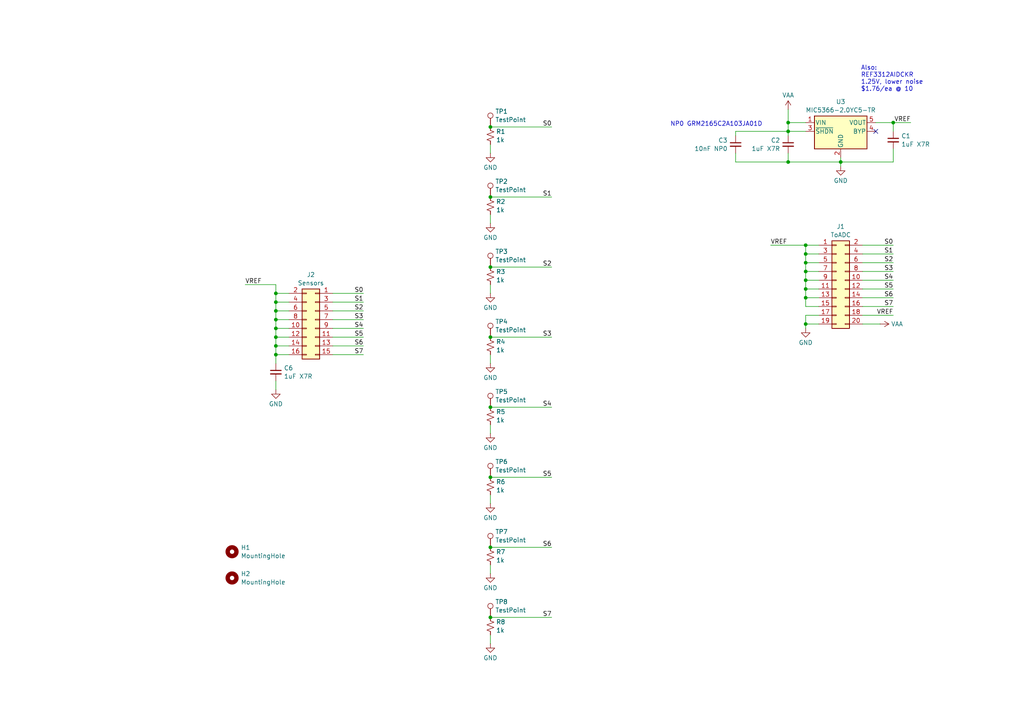
<source format=kicad_sch>
(kicad_sch
	(version 20231120)
	(generator "eeschema")
	(generator_version "8.0")
	(uuid "7ebe27f6-63b1-46f1-bd8f-28e742a7d77c")
	(paper "A4")
	(lib_symbols
		(symbol "Connector:TestPoint"
			(pin_numbers hide)
			(pin_names
				(offset 0.762) hide)
			(exclude_from_sim no)
			(in_bom yes)
			(on_board yes)
			(property "Reference" "TP"
				(at 0 6.858 0)
				(effects
					(font
						(size 1.27 1.27)
					)
				)
			)
			(property "Value" "TestPoint"
				(at 0 5.08 0)
				(effects
					(font
						(size 1.27 1.27)
					)
				)
			)
			(property "Footprint" ""
				(at 5.08 0 0)
				(effects
					(font
						(size 1.27 1.27)
					)
					(hide yes)
				)
			)
			(property "Datasheet" "~"
				(at 5.08 0 0)
				(effects
					(font
						(size 1.27 1.27)
					)
					(hide yes)
				)
			)
			(property "Description" "test point"
				(at 0 0 0)
				(effects
					(font
						(size 1.27 1.27)
					)
					(hide yes)
				)
			)
			(property "ki_keywords" "test point tp"
				(at 0 0 0)
				(effects
					(font
						(size 1.27 1.27)
					)
					(hide yes)
				)
			)
			(property "ki_fp_filters" "Pin* Test*"
				(at 0 0 0)
				(effects
					(font
						(size 1.27 1.27)
					)
					(hide yes)
				)
			)
			(symbol "TestPoint_0_1"
				(circle
					(center 0 3.302)
					(radius 0.762)
					(stroke
						(width 0)
						(type default)
					)
					(fill
						(type none)
					)
				)
			)
			(symbol "TestPoint_1_1"
				(pin passive line
					(at 0 0 90)
					(length 2.54)
					(name "1"
						(effects
							(font
								(size 1.27 1.27)
							)
						)
					)
					(number "1"
						(effects
							(font
								(size 1.27 1.27)
							)
						)
					)
				)
			)
		)
		(symbol "Connector_Generic:Conn_02x08_Odd_Even"
			(pin_names
				(offset 1.016) hide)
			(exclude_from_sim no)
			(in_bom yes)
			(on_board yes)
			(property "Reference" "J"
				(at 1.27 10.16 0)
				(effects
					(font
						(size 1.27 1.27)
					)
				)
			)
			(property "Value" "Conn_02x08_Odd_Even"
				(at 1.27 -12.7 0)
				(effects
					(font
						(size 1.27 1.27)
					)
				)
			)
			(property "Footprint" ""
				(at 0 0 0)
				(effects
					(font
						(size 1.27 1.27)
					)
					(hide yes)
				)
			)
			(property "Datasheet" "~"
				(at 0 0 0)
				(effects
					(font
						(size 1.27 1.27)
					)
					(hide yes)
				)
			)
			(property "Description" "Generic connector, double row, 02x08, odd/even pin numbering scheme (row 1 odd numbers, row 2 even numbers), script generated (kicad-library-utils/schlib/autogen/connector/)"
				(at 0 0 0)
				(effects
					(font
						(size 1.27 1.27)
					)
					(hide yes)
				)
			)
			(property "ki_keywords" "connector"
				(at 0 0 0)
				(effects
					(font
						(size 1.27 1.27)
					)
					(hide yes)
				)
			)
			(property "ki_fp_filters" "Connector*:*_2x??_*"
				(at 0 0 0)
				(effects
					(font
						(size 1.27 1.27)
					)
					(hide yes)
				)
			)
			(symbol "Conn_02x08_Odd_Even_1_1"
				(rectangle
					(start -1.27 -10.033)
					(end 0 -10.287)
					(stroke
						(width 0.1524)
						(type default)
					)
					(fill
						(type none)
					)
				)
				(rectangle
					(start -1.27 -7.493)
					(end 0 -7.747)
					(stroke
						(width 0.1524)
						(type default)
					)
					(fill
						(type none)
					)
				)
				(rectangle
					(start -1.27 -4.953)
					(end 0 -5.207)
					(stroke
						(width 0.1524)
						(type default)
					)
					(fill
						(type none)
					)
				)
				(rectangle
					(start -1.27 -2.413)
					(end 0 -2.667)
					(stroke
						(width 0.1524)
						(type default)
					)
					(fill
						(type none)
					)
				)
				(rectangle
					(start -1.27 0.127)
					(end 0 -0.127)
					(stroke
						(width 0.1524)
						(type default)
					)
					(fill
						(type none)
					)
				)
				(rectangle
					(start -1.27 2.667)
					(end 0 2.413)
					(stroke
						(width 0.1524)
						(type default)
					)
					(fill
						(type none)
					)
				)
				(rectangle
					(start -1.27 5.207)
					(end 0 4.953)
					(stroke
						(width 0.1524)
						(type default)
					)
					(fill
						(type none)
					)
				)
				(rectangle
					(start -1.27 7.747)
					(end 0 7.493)
					(stroke
						(width 0.1524)
						(type default)
					)
					(fill
						(type none)
					)
				)
				(rectangle
					(start -1.27 8.89)
					(end 3.81 -11.43)
					(stroke
						(width 0.254)
						(type default)
					)
					(fill
						(type background)
					)
				)
				(rectangle
					(start 3.81 -10.033)
					(end 2.54 -10.287)
					(stroke
						(width 0.1524)
						(type default)
					)
					(fill
						(type none)
					)
				)
				(rectangle
					(start 3.81 -7.493)
					(end 2.54 -7.747)
					(stroke
						(width 0.1524)
						(type default)
					)
					(fill
						(type none)
					)
				)
				(rectangle
					(start 3.81 -4.953)
					(end 2.54 -5.207)
					(stroke
						(width 0.1524)
						(type default)
					)
					(fill
						(type none)
					)
				)
				(rectangle
					(start 3.81 -2.413)
					(end 2.54 -2.667)
					(stroke
						(width 0.1524)
						(type default)
					)
					(fill
						(type none)
					)
				)
				(rectangle
					(start 3.81 0.127)
					(end 2.54 -0.127)
					(stroke
						(width 0.1524)
						(type default)
					)
					(fill
						(type none)
					)
				)
				(rectangle
					(start 3.81 2.667)
					(end 2.54 2.413)
					(stroke
						(width 0.1524)
						(type default)
					)
					(fill
						(type none)
					)
				)
				(rectangle
					(start 3.81 5.207)
					(end 2.54 4.953)
					(stroke
						(width 0.1524)
						(type default)
					)
					(fill
						(type none)
					)
				)
				(rectangle
					(start 3.81 7.747)
					(end 2.54 7.493)
					(stroke
						(width 0.1524)
						(type default)
					)
					(fill
						(type none)
					)
				)
				(pin passive line
					(at -5.08 7.62 0)
					(length 3.81)
					(name "Pin_1"
						(effects
							(font
								(size 1.27 1.27)
							)
						)
					)
					(number "1"
						(effects
							(font
								(size 1.27 1.27)
							)
						)
					)
				)
				(pin passive line
					(at 7.62 -2.54 180)
					(length 3.81)
					(name "Pin_10"
						(effects
							(font
								(size 1.27 1.27)
							)
						)
					)
					(number "10"
						(effects
							(font
								(size 1.27 1.27)
							)
						)
					)
				)
				(pin passive line
					(at -5.08 -5.08 0)
					(length 3.81)
					(name "Pin_11"
						(effects
							(font
								(size 1.27 1.27)
							)
						)
					)
					(number "11"
						(effects
							(font
								(size 1.27 1.27)
							)
						)
					)
				)
				(pin passive line
					(at 7.62 -5.08 180)
					(length 3.81)
					(name "Pin_12"
						(effects
							(font
								(size 1.27 1.27)
							)
						)
					)
					(number "12"
						(effects
							(font
								(size 1.27 1.27)
							)
						)
					)
				)
				(pin passive line
					(at -5.08 -7.62 0)
					(length 3.81)
					(name "Pin_13"
						(effects
							(font
								(size 1.27 1.27)
							)
						)
					)
					(number "13"
						(effects
							(font
								(size 1.27 1.27)
							)
						)
					)
				)
				(pin passive line
					(at 7.62 -7.62 180)
					(length 3.81)
					(name "Pin_14"
						(effects
							(font
								(size 1.27 1.27)
							)
						)
					)
					(number "14"
						(effects
							(font
								(size 1.27 1.27)
							)
						)
					)
				)
				(pin passive line
					(at -5.08 -10.16 0)
					(length 3.81)
					(name "Pin_15"
						(effects
							(font
								(size 1.27 1.27)
							)
						)
					)
					(number "15"
						(effects
							(font
								(size 1.27 1.27)
							)
						)
					)
				)
				(pin passive line
					(at 7.62 -10.16 180)
					(length 3.81)
					(name "Pin_16"
						(effects
							(font
								(size 1.27 1.27)
							)
						)
					)
					(number "16"
						(effects
							(font
								(size 1.27 1.27)
							)
						)
					)
				)
				(pin passive line
					(at 7.62 7.62 180)
					(length 3.81)
					(name "Pin_2"
						(effects
							(font
								(size 1.27 1.27)
							)
						)
					)
					(number "2"
						(effects
							(font
								(size 1.27 1.27)
							)
						)
					)
				)
				(pin passive line
					(at -5.08 5.08 0)
					(length 3.81)
					(name "Pin_3"
						(effects
							(font
								(size 1.27 1.27)
							)
						)
					)
					(number "3"
						(effects
							(font
								(size 1.27 1.27)
							)
						)
					)
				)
				(pin passive line
					(at 7.62 5.08 180)
					(length 3.81)
					(name "Pin_4"
						(effects
							(font
								(size 1.27 1.27)
							)
						)
					)
					(number "4"
						(effects
							(font
								(size 1.27 1.27)
							)
						)
					)
				)
				(pin passive line
					(at -5.08 2.54 0)
					(length 3.81)
					(name "Pin_5"
						(effects
							(font
								(size 1.27 1.27)
							)
						)
					)
					(number "5"
						(effects
							(font
								(size 1.27 1.27)
							)
						)
					)
				)
				(pin passive line
					(at 7.62 2.54 180)
					(length 3.81)
					(name "Pin_6"
						(effects
							(font
								(size 1.27 1.27)
							)
						)
					)
					(number "6"
						(effects
							(font
								(size 1.27 1.27)
							)
						)
					)
				)
				(pin passive line
					(at -5.08 0 0)
					(length 3.81)
					(name "Pin_7"
						(effects
							(font
								(size 1.27 1.27)
							)
						)
					)
					(number "7"
						(effects
							(font
								(size 1.27 1.27)
							)
						)
					)
				)
				(pin passive line
					(at 7.62 0 180)
					(length 3.81)
					(name "Pin_8"
						(effects
							(font
								(size 1.27 1.27)
							)
						)
					)
					(number "8"
						(effects
							(font
								(size 1.27 1.27)
							)
						)
					)
				)
				(pin passive line
					(at -5.08 -2.54 0)
					(length 3.81)
					(name "Pin_9"
						(effects
							(font
								(size 1.27 1.27)
							)
						)
					)
					(number "9"
						(effects
							(font
								(size 1.27 1.27)
							)
						)
					)
				)
			)
		)
		(symbol "Connector_Generic:Conn_02x10_Odd_Even"
			(pin_names
				(offset 1.016) hide)
			(exclude_from_sim no)
			(in_bom yes)
			(on_board yes)
			(property "Reference" "J"
				(at 1.27 12.7 0)
				(effects
					(font
						(size 1.27 1.27)
					)
				)
			)
			(property "Value" "Conn_02x10_Odd_Even"
				(at 1.27 -15.24 0)
				(effects
					(font
						(size 1.27 1.27)
					)
				)
			)
			(property "Footprint" ""
				(at 0 0 0)
				(effects
					(font
						(size 1.27 1.27)
					)
					(hide yes)
				)
			)
			(property "Datasheet" "~"
				(at 0 0 0)
				(effects
					(font
						(size 1.27 1.27)
					)
					(hide yes)
				)
			)
			(property "Description" "Generic connector, double row, 02x10, odd/even pin numbering scheme (row 1 odd numbers, row 2 even numbers), script generated (kicad-library-utils/schlib/autogen/connector/)"
				(at 0 0 0)
				(effects
					(font
						(size 1.27 1.27)
					)
					(hide yes)
				)
			)
			(property "ki_keywords" "connector"
				(at 0 0 0)
				(effects
					(font
						(size 1.27 1.27)
					)
					(hide yes)
				)
			)
			(property "ki_fp_filters" "Connector*:*_2x??_*"
				(at 0 0 0)
				(effects
					(font
						(size 1.27 1.27)
					)
					(hide yes)
				)
			)
			(symbol "Conn_02x10_Odd_Even_1_1"
				(rectangle
					(start -1.27 -12.573)
					(end 0 -12.827)
					(stroke
						(width 0.1524)
						(type default)
					)
					(fill
						(type none)
					)
				)
				(rectangle
					(start -1.27 -10.033)
					(end 0 -10.287)
					(stroke
						(width 0.1524)
						(type default)
					)
					(fill
						(type none)
					)
				)
				(rectangle
					(start -1.27 -7.493)
					(end 0 -7.747)
					(stroke
						(width 0.1524)
						(type default)
					)
					(fill
						(type none)
					)
				)
				(rectangle
					(start -1.27 -4.953)
					(end 0 -5.207)
					(stroke
						(width 0.1524)
						(type default)
					)
					(fill
						(type none)
					)
				)
				(rectangle
					(start -1.27 -2.413)
					(end 0 -2.667)
					(stroke
						(width 0.1524)
						(type default)
					)
					(fill
						(type none)
					)
				)
				(rectangle
					(start -1.27 0.127)
					(end 0 -0.127)
					(stroke
						(width 0.1524)
						(type default)
					)
					(fill
						(type none)
					)
				)
				(rectangle
					(start -1.27 2.667)
					(end 0 2.413)
					(stroke
						(width 0.1524)
						(type default)
					)
					(fill
						(type none)
					)
				)
				(rectangle
					(start -1.27 5.207)
					(end 0 4.953)
					(stroke
						(width 0.1524)
						(type default)
					)
					(fill
						(type none)
					)
				)
				(rectangle
					(start -1.27 7.747)
					(end 0 7.493)
					(stroke
						(width 0.1524)
						(type default)
					)
					(fill
						(type none)
					)
				)
				(rectangle
					(start -1.27 10.287)
					(end 0 10.033)
					(stroke
						(width 0.1524)
						(type default)
					)
					(fill
						(type none)
					)
				)
				(rectangle
					(start -1.27 11.43)
					(end 3.81 -13.97)
					(stroke
						(width 0.254)
						(type default)
					)
					(fill
						(type background)
					)
				)
				(rectangle
					(start 3.81 -12.573)
					(end 2.54 -12.827)
					(stroke
						(width 0.1524)
						(type default)
					)
					(fill
						(type none)
					)
				)
				(rectangle
					(start 3.81 -10.033)
					(end 2.54 -10.287)
					(stroke
						(width 0.1524)
						(type default)
					)
					(fill
						(type none)
					)
				)
				(rectangle
					(start 3.81 -7.493)
					(end 2.54 -7.747)
					(stroke
						(width 0.1524)
						(type default)
					)
					(fill
						(type none)
					)
				)
				(rectangle
					(start 3.81 -4.953)
					(end 2.54 -5.207)
					(stroke
						(width 0.1524)
						(type default)
					)
					(fill
						(type none)
					)
				)
				(rectangle
					(start 3.81 -2.413)
					(end 2.54 -2.667)
					(stroke
						(width 0.1524)
						(type default)
					)
					(fill
						(type none)
					)
				)
				(rectangle
					(start 3.81 0.127)
					(end 2.54 -0.127)
					(stroke
						(width 0.1524)
						(type default)
					)
					(fill
						(type none)
					)
				)
				(rectangle
					(start 3.81 2.667)
					(end 2.54 2.413)
					(stroke
						(width 0.1524)
						(type default)
					)
					(fill
						(type none)
					)
				)
				(rectangle
					(start 3.81 5.207)
					(end 2.54 4.953)
					(stroke
						(width 0.1524)
						(type default)
					)
					(fill
						(type none)
					)
				)
				(rectangle
					(start 3.81 7.747)
					(end 2.54 7.493)
					(stroke
						(width 0.1524)
						(type default)
					)
					(fill
						(type none)
					)
				)
				(rectangle
					(start 3.81 10.287)
					(end 2.54 10.033)
					(stroke
						(width 0.1524)
						(type default)
					)
					(fill
						(type none)
					)
				)
				(pin passive line
					(at -5.08 10.16 0)
					(length 3.81)
					(name "Pin_1"
						(effects
							(font
								(size 1.27 1.27)
							)
						)
					)
					(number "1"
						(effects
							(font
								(size 1.27 1.27)
							)
						)
					)
				)
				(pin passive line
					(at 7.62 0 180)
					(length 3.81)
					(name "Pin_10"
						(effects
							(font
								(size 1.27 1.27)
							)
						)
					)
					(number "10"
						(effects
							(font
								(size 1.27 1.27)
							)
						)
					)
				)
				(pin passive line
					(at -5.08 -2.54 0)
					(length 3.81)
					(name "Pin_11"
						(effects
							(font
								(size 1.27 1.27)
							)
						)
					)
					(number "11"
						(effects
							(font
								(size 1.27 1.27)
							)
						)
					)
				)
				(pin passive line
					(at 7.62 -2.54 180)
					(length 3.81)
					(name "Pin_12"
						(effects
							(font
								(size 1.27 1.27)
							)
						)
					)
					(number "12"
						(effects
							(font
								(size 1.27 1.27)
							)
						)
					)
				)
				(pin passive line
					(at -5.08 -5.08 0)
					(length 3.81)
					(name "Pin_13"
						(effects
							(font
								(size 1.27 1.27)
							)
						)
					)
					(number "13"
						(effects
							(font
								(size 1.27 1.27)
							)
						)
					)
				)
				(pin passive line
					(at 7.62 -5.08 180)
					(length 3.81)
					(name "Pin_14"
						(effects
							(font
								(size 1.27 1.27)
							)
						)
					)
					(number "14"
						(effects
							(font
								(size 1.27 1.27)
							)
						)
					)
				)
				(pin passive line
					(at -5.08 -7.62 0)
					(length 3.81)
					(name "Pin_15"
						(effects
							(font
								(size 1.27 1.27)
							)
						)
					)
					(number "15"
						(effects
							(font
								(size 1.27 1.27)
							)
						)
					)
				)
				(pin passive line
					(at 7.62 -7.62 180)
					(length 3.81)
					(name "Pin_16"
						(effects
							(font
								(size 1.27 1.27)
							)
						)
					)
					(number "16"
						(effects
							(font
								(size 1.27 1.27)
							)
						)
					)
				)
				(pin passive line
					(at -5.08 -10.16 0)
					(length 3.81)
					(name "Pin_17"
						(effects
							(font
								(size 1.27 1.27)
							)
						)
					)
					(number "17"
						(effects
							(font
								(size 1.27 1.27)
							)
						)
					)
				)
				(pin passive line
					(at 7.62 -10.16 180)
					(length 3.81)
					(name "Pin_18"
						(effects
							(font
								(size 1.27 1.27)
							)
						)
					)
					(number "18"
						(effects
							(font
								(size 1.27 1.27)
							)
						)
					)
				)
				(pin passive line
					(at -5.08 -12.7 0)
					(length 3.81)
					(name "Pin_19"
						(effects
							(font
								(size 1.27 1.27)
							)
						)
					)
					(number "19"
						(effects
							(font
								(size 1.27 1.27)
							)
						)
					)
				)
				(pin passive line
					(at 7.62 10.16 180)
					(length 3.81)
					(name "Pin_2"
						(effects
							(font
								(size 1.27 1.27)
							)
						)
					)
					(number "2"
						(effects
							(font
								(size 1.27 1.27)
							)
						)
					)
				)
				(pin passive line
					(at 7.62 -12.7 180)
					(length 3.81)
					(name "Pin_20"
						(effects
							(font
								(size 1.27 1.27)
							)
						)
					)
					(number "20"
						(effects
							(font
								(size 1.27 1.27)
							)
						)
					)
				)
				(pin passive line
					(at -5.08 7.62 0)
					(length 3.81)
					(name "Pin_3"
						(effects
							(font
								(size 1.27 1.27)
							)
						)
					)
					(number "3"
						(effects
							(font
								(size 1.27 1.27)
							)
						)
					)
				)
				(pin passive line
					(at 7.62 7.62 180)
					(length 3.81)
					(name "Pin_4"
						(effects
							(font
								(size 1.27 1.27)
							)
						)
					)
					(number "4"
						(effects
							(font
								(size 1.27 1.27)
							)
						)
					)
				)
				(pin passive line
					(at -5.08 5.08 0)
					(length 3.81)
					(name "Pin_5"
						(effects
							(font
								(size 1.27 1.27)
							)
						)
					)
					(number "5"
						(effects
							(font
								(size 1.27 1.27)
							)
						)
					)
				)
				(pin passive line
					(at 7.62 5.08 180)
					(length 3.81)
					(name "Pin_6"
						(effects
							(font
								(size 1.27 1.27)
							)
						)
					)
					(number "6"
						(effects
							(font
								(size 1.27 1.27)
							)
						)
					)
				)
				(pin passive line
					(at -5.08 2.54 0)
					(length 3.81)
					(name "Pin_7"
						(effects
							(font
								(size 1.27 1.27)
							)
						)
					)
					(number "7"
						(effects
							(font
								(size 1.27 1.27)
							)
						)
					)
				)
				(pin passive line
					(at 7.62 2.54 180)
					(length 3.81)
					(name "Pin_8"
						(effects
							(font
								(size 1.27 1.27)
							)
						)
					)
					(number "8"
						(effects
							(font
								(size 1.27 1.27)
							)
						)
					)
				)
				(pin passive line
					(at -5.08 0 0)
					(length 3.81)
					(name "Pin_9"
						(effects
							(font
								(size 1.27 1.27)
							)
						)
					)
					(number "9"
						(effects
							(font
								(size 1.27 1.27)
							)
						)
					)
				)
			)
		)
		(symbol "Device:C_Small"
			(pin_numbers hide)
			(pin_names
				(offset 0.254) hide)
			(exclude_from_sim no)
			(in_bom yes)
			(on_board yes)
			(property "Reference" "C"
				(at 0.254 1.778 0)
				(effects
					(font
						(size 1.27 1.27)
					)
					(justify left)
				)
			)
			(property "Value" "C_Small"
				(at 0.254 -2.032 0)
				(effects
					(font
						(size 1.27 1.27)
					)
					(justify left)
				)
			)
			(property "Footprint" ""
				(at 0 0 0)
				(effects
					(font
						(size 1.27 1.27)
					)
					(hide yes)
				)
			)
			(property "Datasheet" "~"
				(at 0 0 0)
				(effects
					(font
						(size 1.27 1.27)
					)
					(hide yes)
				)
			)
			(property "Description" "Unpolarized capacitor, small symbol"
				(at 0 0 0)
				(effects
					(font
						(size 1.27 1.27)
					)
					(hide yes)
				)
			)
			(property "ki_keywords" "capacitor cap"
				(at 0 0 0)
				(effects
					(font
						(size 1.27 1.27)
					)
					(hide yes)
				)
			)
			(property "ki_fp_filters" "C_*"
				(at 0 0 0)
				(effects
					(font
						(size 1.27 1.27)
					)
					(hide yes)
				)
			)
			(symbol "C_Small_0_1"
				(polyline
					(pts
						(xy -1.524 -0.508) (xy 1.524 -0.508)
					)
					(stroke
						(width 0.3302)
						(type default)
					)
					(fill
						(type none)
					)
				)
				(polyline
					(pts
						(xy -1.524 0.508) (xy 1.524 0.508)
					)
					(stroke
						(width 0.3048)
						(type default)
					)
					(fill
						(type none)
					)
				)
			)
			(symbol "C_Small_1_1"
				(pin passive line
					(at 0 2.54 270)
					(length 2.032)
					(name "~"
						(effects
							(font
								(size 1.27 1.27)
							)
						)
					)
					(number "1"
						(effects
							(font
								(size 1.27 1.27)
							)
						)
					)
				)
				(pin passive line
					(at 0 -2.54 90)
					(length 2.032)
					(name "~"
						(effects
							(font
								(size 1.27 1.27)
							)
						)
					)
					(number "2"
						(effects
							(font
								(size 1.27 1.27)
							)
						)
					)
				)
			)
		)
		(symbol "Device:R_Small_US"
			(pin_numbers hide)
			(pin_names
				(offset 0.254) hide)
			(exclude_from_sim no)
			(in_bom yes)
			(on_board yes)
			(property "Reference" "R"
				(at 0.762 0.508 0)
				(effects
					(font
						(size 1.27 1.27)
					)
					(justify left)
				)
			)
			(property "Value" "R_Small_US"
				(at 0.762 -1.016 0)
				(effects
					(font
						(size 1.27 1.27)
					)
					(justify left)
				)
			)
			(property "Footprint" ""
				(at 0 0 0)
				(effects
					(font
						(size 1.27 1.27)
					)
					(hide yes)
				)
			)
			(property "Datasheet" "~"
				(at 0 0 0)
				(effects
					(font
						(size 1.27 1.27)
					)
					(hide yes)
				)
			)
			(property "Description" "Resistor, small US symbol"
				(at 0 0 0)
				(effects
					(font
						(size 1.27 1.27)
					)
					(hide yes)
				)
			)
			(property "ki_keywords" "r resistor"
				(at 0 0 0)
				(effects
					(font
						(size 1.27 1.27)
					)
					(hide yes)
				)
			)
			(property "ki_fp_filters" "R_*"
				(at 0 0 0)
				(effects
					(font
						(size 1.27 1.27)
					)
					(hide yes)
				)
			)
			(symbol "R_Small_US_1_1"
				(polyline
					(pts
						(xy 0 0) (xy 1.016 -0.381) (xy 0 -0.762) (xy -1.016 -1.143) (xy 0 -1.524)
					)
					(stroke
						(width 0)
						(type default)
					)
					(fill
						(type none)
					)
				)
				(polyline
					(pts
						(xy 0 1.524) (xy 1.016 1.143) (xy 0 0.762) (xy -1.016 0.381) (xy 0 0)
					)
					(stroke
						(width 0)
						(type default)
					)
					(fill
						(type none)
					)
				)
				(pin passive line
					(at 0 2.54 270)
					(length 1.016)
					(name "~"
						(effects
							(font
								(size 1.27 1.27)
							)
						)
					)
					(number "1"
						(effects
							(font
								(size 1.27 1.27)
							)
						)
					)
				)
				(pin passive line
					(at 0 -2.54 90)
					(length 1.016)
					(name "~"
						(effects
							(font
								(size 1.27 1.27)
							)
						)
					)
					(number "2"
						(effects
							(font
								(size 1.27 1.27)
							)
						)
					)
				)
			)
		)
		(symbol "Mechanical:MountingHole"
			(pin_names
				(offset 1.016)
			)
			(exclude_from_sim yes)
			(in_bom no)
			(on_board yes)
			(property "Reference" "H"
				(at 0 5.08 0)
				(effects
					(font
						(size 1.27 1.27)
					)
				)
			)
			(property "Value" "MountingHole"
				(at 0 3.175 0)
				(effects
					(font
						(size 1.27 1.27)
					)
				)
			)
			(property "Footprint" ""
				(at 0 0 0)
				(effects
					(font
						(size 1.27 1.27)
					)
					(hide yes)
				)
			)
			(property "Datasheet" "~"
				(at 0 0 0)
				(effects
					(font
						(size 1.27 1.27)
					)
					(hide yes)
				)
			)
			(property "Description" "Mounting Hole without connection"
				(at 0 0 0)
				(effects
					(font
						(size 1.27 1.27)
					)
					(hide yes)
				)
			)
			(property "ki_keywords" "mounting hole"
				(at 0 0 0)
				(effects
					(font
						(size 1.27 1.27)
					)
					(hide yes)
				)
			)
			(property "ki_fp_filters" "MountingHole*"
				(at 0 0 0)
				(effects
					(font
						(size 1.27 1.27)
					)
					(hide yes)
				)
			)
			(symbol "MountingHole_0_1"
				(circle
					(center 0 0)
					(radius 1.27)
					(stroke
						(width 1.27)
						(type default)
					)
					(fill
						(type none)
					)
				)
			)
		)
		(symbol "Regulator_Linear:APE8865U5-20-HF-3"
			(pin_names
				(offset 0.254)
			)
			(exclude_from_sim no)
			(in_bom yes)
			(on_board yes)
			(property "Reference" "U"
				(at -6.35 5.715 0)
				(effects
					(font
						(size 1.27 1.27)
					)
				)
			)
			(property "Value" "APE8865U5-20-HF-3"
				(at -3.175 5.715 0)
				(effects
					(font
						(size 1.27 1.27)
					)
					(justify left)
				)
			)
			(property "Footprint" "Package_TO_SOT_SMD:SOT-353_SC-70-5"
				(at 0 7.62 0)
				(effects
					(font
						(size 1.27 1.27)
						(italic yes)
					)
					(hide yes)
				)
			)
			(property "Datasheet" "http://www.tme.eu/fr/Document/ced3461ed31ea70a3c416fb648e0cde7/APE8865-3.pdf"
				(at 0 0 0)
				(effects
					(font
						(size 1.27 1.27)
					)
					(hide yes)
				)
			)
			(property "Description" "300mA Low Dropout Voltage Regulator, Fixed Output 2.0V, SC-70-5"
				(at 0 0 0)
				(effects
					(font
						(size 1.27 1.27)
					)
					(hide yes)
				)
			)
			(property "ki_keywords" "300mA LDO Regulator Fixed Positive"
				(at 0 0 0)
				(effects
					(font
						(size 1.27 1.27)
					)
					(hide yes)
				)
			)
			(property "ki_fp_filters" "*SC?70*"
				(at 0 0 0)
				(effects
					(font
						(size 1.27 1.27)
					)
					(hide yes)
				)
			)
			(symbol "APE8865U5-20-HF-3_0_1"
				(rectangle
					(start -7.62 4.445)
					(end 7.62 -5.08)
					(stroke
						(width 0.254)
						(type default)
					)
					(fill
						(type background)
					)
				)
			)
			(symbol "APE8865U5-20-HF-3_1_1"
				(pin power_in line
					(at -10.16 2.54 0)
					(length 2.54)
					(name "VIN"
						(effects
							(font
								(size 1.27 1.27)
							)
						)
					)
					(number "1"
						(effects
							(font
								(size 1.27 1.27)
							)
						)
					)
				)
				(pin power_in line
					(at 0 -7.62 90)
					(length 2.54)
					(name "GND"
						(effects
							(font
								(size 1.27 1.27)
							)
						)
					)
					(number "2"
						(effects
							(font
								(size 1.27 1.27)
							)
						)
					)
				)
				(pin input line
					(at -10.16 0 0)
					(length 2.54)
					(name "~{SHDN}"
						(effects
							(font
								(size 1.27 1.27)
							)
						)
					)
					(number "3"
						(effects
							(font
								(size 1.27 1.27)
							)
						)
					)
				)
				(pin input line
					(at 10.16 0 180)
					(length 2.54)
					(name "BYP"
						(effects
							(font
								(size 1.27 1.27)
							)
						)
					)
					(number "4"
						(effects
							(font
								(size 1.27 1.27)
							)
						)
					)
				)
				(pin power_out line
					(at 10.16 2.54 180)
					(length 2.54)
					(name "VOUT"
						(effects
							(font
								(size 1.27 1.27)
							)
						)
					)
					(number "5"
						(effects
							(font
								(size 1.27 1.27)
							)
						)
					)
				)
			)
		)
		(symbol "power:GND"
			(power)
			(pin_numbers hide)
			(pin_names
				(offset 0) hide)
			(exclude_from_sim no)
			(in_bom yes)
			(on_board yes)
			(property "Reference" "#PWR"
				(at 0 -6.35 0)
				(effects
					(font
						(size 1.27 1.27)
					)
					(hide yes)
				)
			)
			(property "Value" "GND"
				(at 0 -3.81 0)
				(effects
					(font
						(size 1.27 1.27)
					)
				)
			)
			(property "Footprint" ""
				(at 0 0 0)
				(effects
					(font
						(size 1.27 1.27)
					)
					(hide yes)
				)
			)
			(property "Datasheet" ""
				(at 0 0 0)
				(effects
					(font
						(size 1.27 1.27)
					)
					(hide yes)
				)
			)
			(property "Description" "Power symbol creates a global label with name \"GND\" , ground"
				(at 0 0 0)
				(effects
					(font
						(size 1.27 1.27)
					)
					(hide yes)
				)
			)
			(property "ki_keywords" "global power"
				(at 0 0 0)
				(effects
					(font
						(size 1.27 1.27)
					)
					(hide yes)
				)
			)
			(symbol "GND_0_1"
				(polyline
					(pts
						(xy 0 0) (xy 0 -1.27) (xy 1.27 -1.27) (xy 0 -2.54) (xy -1.27 -1.27) (xy 0 -1.27)
					)
					(stroke
						(width 0)
						(type default)
					)
					(fill
						(type none)
					)
				)
			)
			(symbol "GND_1_1"
				(pin power_in line
					(at 0 0 270)
					(length 0)
					(name "~"
						(effects
							(font
								(size 1.27 1.27)
							)
						)
					)
					(number "1"
						(effects
							(font
								(size 1.27 1.27)
							)
						)
					)
				)
			)
		)
		(symbol "power:VAA"
			(power)
			(pin_numbers hide)
			(pin_names
				(offset 0) hide)
			(exclude_from_sim no)
			(in_bom yes)
			(on_board yes)
			(property "Reference" "#PWR"
				(at 0 -3.81 0)
				(effects
					(font
						(size 1.27 1.27)
					)
					(hide yes)
				)
			)
			(property "Value" "VAA"
				(at 0 3.556 0)
				(effects
					(font
						(size 1.27 1.27)
					)
				)
			)
			(property "Footprint" ""
				(at 0 0 0)
				(effects
					(font
						(size 1.27 1.27)
					)
					(hide yes)
				)
			)
			(property "Datasheet" ""
				(at 0 0 0)
				(effects
					(font
						(size 1.27 1.27)
					)
					(hide yes)
				)
			)
			(property "Description" "Power symbol creates a global label with name \"VAA\""
				(at 0 0 0)
				(effects
					(font
						(size 1.27 1.27)
					)
					(hide yes)
				)
			)
			(property "ki_keywords" "global power"
				(at 0 0 0)
				(effects
					(font
						(size 1.27 1.27)
					)
					(hide yes)
				)
			)
			(symbol "VAA_0_1"
				(polyline
					(pts
						(xy -0.762 1.27) (xy 0 2.54)
					)
					(stroke
						(width 0)
						(type default)
					)
					(fill
						(type none)
					)
				)
				(polyline
					(pts
						(xy 0 0) (xy 0 2.54)
					)
					(stroke
						(width 0)
						(type default)
					)
					(fill
						(type none)
					)
				)
				(polyline
					(pts
						(xy 0 2.54) (xy 0.762 1.27)
					)
					(stroke
						(width 0)
						(type default)
					)
					(fill
						(type none)
					)
				)
			)
			(symbol "VAA_1_1"
				(pin power_in line
					(at 0 0 90)
					(length 0)
					(name "~"
						(effects
							(font
								(size 1.27 1.27)
							)
						)
					)
					(number "1"
						(effects
							(font
								(size 1.27 1.27)
							)
						)
					)
				)
			)
		)
	)
	(junction
		(at 233.68 78.74)
		(diameter 0)
		(color 0 0 0 0)
		(uuid "095d859e-bcdd-41a6-9136-6bce74ee018e")
	)
	(junction
		(at 80.01 97.79)
		(diameter 0)
		(color 0 0 0 0)
		(uuid "1dcef7d6-8ca3-4a11-bdeb-8240acf21b3d")
	)
	(junction
		(at 142.24 179.07)
		(diameter 0)
		(color 0 0 0 0)
		(uuid "235b75a7-21b4-4c2e-8fe4-e82d817d43d6")
	)
	(junction
		(at 233.68 76.2)
		(diameter 0)
		(color 0 0 0 0)
		(uuid "25de47ee-4995-4b72-9486-46e09b2a582a")
	)
	(junction
		(at 80.01 90.17)
		(diameter 0)
		(color 0 0 0 0)
		(uuid "2f224437-d866-4069-9c40-b034599d6588")
	)
	(junction
		(at 80.01 87.63)
		(diameter 0)
		(color 0 0 0 0)
		(uuid "38845d4f-b386-4b37-9127-748b4ac2396d")
	)
	(junction
		(at 142.24 158.75)
		(diameter 0)
		(color 0 0 0 0)
		(uuid "48264678-d518-40fb-b54c-fc4406002bf9")
	)
	(junction
		(at 233.68 81.28)
		(diameter 0)
		(color 0 0 0 0)
		(uuid "4d9f758d-7637-4de3-a1ee-41258df0e338")
	)
	(junction
		(at 80.01 100.33)
		(diameter 0)
		(color 0 0 0 0)
		(uuid "6cc0deb4-375d-4b94-8504-6ba5e6c7fcdb")
	)
	(junction
		(at 243.84 46.99)
		(diameter 0)
		(color 0 0 0 0)
		(uuid "7d1a4095-a4fe-4da6-9b51-a6b5626271c1")
	)
	(junction
		(at 142.24 57.15)
		(diameter 0)
		(color 0 0 0 0)
		(uuid "8407fd8c-9368-4630-a3dc-0ab0f73cb3c1")
	)
	(junction
		(at 233.68 83.82)
		(diameter 0)
		(color 0 0 0 0)
		(uuid "8658b87f-de1a-46d3-b3d0-0cba60fda071")
	)
	(junction
		(at 142.24 97.79)
		(diameter 0)
		(color 0 0 0 0)
		(uuid "895f799f-f7b9-4a84-9fac-422cdd283552")
	)
	(junction
		(at 233.68 71.12)
		(diameter 0)
		(color 0 0 0 0)
		(uuid "99fbaa5d-609b-4d83-8384-eb963f2aa237")
	)
	(junction
		(at 142.24 138.43)
		(diameter 0)
		(color 0 0 0 0)
		(uuid "9bc310b1-4ad6-46e3-9c0a-221899e82e51")
	)
	(junction
		(at 142.24 36.83)
		(diameter 0)
		(color 0 0 0 0)
		(uuid "a8effc3e-285e-40cf-bf94-a0c30b0b16e3")
	)
	(junction
		(at 228.6 38.1)
		(diameter 0)
		(color 0 0 0 0)
		(uuid "abf30fca-db56-4e6f-bd46-99e725a396a8")
	)
	(junction
		(at 142.24 77.47)
		(diameter 0)
		(color 0 0 0 0)
		(uuid "ac143752-0760-4994-9bac-63bbc80718ea")
	)
	(junction
		(at 228.6 35.56)
		(diameter 0)
		(color 0 0 0 0)
		(uuid "b8856554-ecd7-4cda-98e2-5d15fa69485e")
	)
	(junction
		(at 80.01 95.25)
		(diameter 0)
		(color 0 0 0 0)
		(uuid "c95ce5b9-ac82-46dd-9ffc-72cfc9a29fd7")
	)
	(junction
		(at 80.01 92.71)
		(diameter 0)
		(color 0 0 0 0)
		(uuid "ca06bf6a-00f6-4df8-9c8d-7e8e7c21f0a5")
	)
	(junction
		(at 259.08 35.56)
		(diameter 0)
		(color 0 0 0 0)
		(uuid "cb1d7a0b-f8c8-4271-bfcb-8b06ef5698e7")
	)
	(junction
		(at 228.6 46.99)
		(diameter 0)
		(color 0 0 0 0)
		(uuid "ce1138fc-481f-4442-abcd-03882b455a4d")
	)
	(junction
		(at 142.24 118.11)
		(diameter 0)
		(color 0 0 0 0)
		(uuid "d4258ac5-25de-461e-b9d8-8a8f3daf5a9a")
	)
	(junction
		(at 80.01 102.87)
		(diameter 0)
		(color 0 0 0 0)
		(uuid "d6304649-4525-40ef-9f97-4d28d834de53")
	)
	(junction
		(at 80.01 85.09)
		(diameter 0)
		(color 0 0 0 0)
		(uuid "d9a064f5-6284-4545-8d44-84712a300147")
	)
	(junction
		(at 233.68 86.36)
		(diameter 0)
		(color 0 0 0 0)
		(uuid "e25cfaf2-75d2-46bb-abb2-5c3476562156")
	)
	(junction
		(at 233.68 73.66)
		(diameter 0)
		(color 0 0 0 0)
		(uuid "e747d1c3-6dbd-4a77-9366-d9cf98de59df")
	)
	(junction
		(at 233.68 93.98)
		(diameter 0)
		(color 0 0 0 0)
		(uuid "e773bcbb-8b04-4df3-9b6f-d8f3229ea1ac")
	)
	(no_connect
		(at 254 38.1)
		(uuid "7077ea61-e933-488a-ad90-f2fb14e6ae53")
	)
	(wire
		(pts
			(xy 80.01 92.71) (xy 80.01 95.25)
		)
		(stroke
			(width 0)
			(type default)
		)
		(uuid "04526471-13e5-46f6-8141-8c8399bddc71")
	)
	(wire
		(pts
			(xy 142.24 143.51) (xy 142.24 146.05)
		)
		(stroke
			(width 0)
			(type default)
		)
		(uuid "05803ca5-1600-438f-8798-20ef59fe750b")
	)
	(wire
		(pts
			(xy 80.01 110.49) (xy 80.01 113.03)
		)
		(stroke
			(width 0)
			(type default)
		)
		(uuid "0704d7d6-d741-4922-988d-f4439bdc9e6a")
	)
	(wire
		(pts
			(xy 233.68 81.28) (xy 237.49 81.28)
		)
		(stroke
			(width 0)
			(type default)
		)
		(uuid "09a85b4f-78f9-4b10-a7f3-5034903620ec")
	)
	(wire
		(pts
			(xy 142.24 41.91) (xy 142.24 44.45)
		)
		(stroke
			(width 0)
			(type default)
		)
		(uuid "0c86479c-9d14-49d7-99de-db73fd0bbf9e")
	)
	(wire
		(pts
			(xy 243.84 45.72) (xy 243.84 46.99)
		)
		(stroke
			(width 0)
			(type default)
		)
		(uuid "0df6647d-2cf3-4dc5-af1f-fbcaf1c45802")
	)
	(wire
		(pts
			(xy 259.08 35.56) (xy 254 35.56)
		)
		(stroke
			(width 0)
			(type default)
		)
		(uuid "131c4bcc-9a53-4da7-b2b9-87fac3ba57bd")
	)
	(wire
		(pts
			(xy 233.68 73.66) (xy 233.68 76.2)
		)
		(stroke
			(width 0)
			(type default)
		)
		(uuid "168e4526-8e20-47fe-951e-b73ae591dbb6")
	)
	(wire
		(pts
			(xy 233.68 93.98) (xy 237.49 93.98)
		)
		(stroke
			(width 0)
			(type default)
		)
		(uuid "1a91e4c7-bb01-4c9f-aaa3-47c4974ff6fc")
	)
	(wire
		(pts
			(xy 233.68 76.2) (xy 237.49 76.2)
		)
		(stroke
			(width 0)
			(type default)
		)
		(uuid "1e5bfbd5-8ef2-42f7-b995-d5fc40cfea2b")
	)
	(wire
		(pts
			(xy 83.82 95.25) (xy 80.01 95.25)
		)
		(stroke
			(width 0)
			(type default)
		)
		(uuid "1f6517fd-2cfa-4221-b63b-26ded6aff4ec")
	)
	(wire
		(pts
			(xy 250.19 93.98) (xy 255.27 93.98)
		)
		(stroke
			(width 0)
			(type default)
		)
		(uuid "26adf687-14ba-4fe1-bbca-cd3807ea885b")
	)
	(wire
		(pts
			(xy 80.01 90.17) (xy 80.01 92.71)
		)
		(stroke
			(width 0)
			(type default)
		)
		(uuid "297ae89e-6abf-4bf9-bf29-147ad7bd5715")
	)
	(wire
		(pts
			(xy 243.84 46.99) (xy 243.84 48.26)
		)
		(stroke
			(width 0)
			(type default)
		)
		(uuid "2acd1855-1f6b-4fae-a460-a266288e543b")
	)
	(wire
		(pts
			(xy 233.68 76.2) (xy 233.68 78.74)
		)
		(stroke
			(width 0)
			(type default)
		)
		(uuid "2b63c43a-000b-43c1-83c0-fda5836ce877")
	)
	(wire
		(pts
			(xy 233.68 86.36) (xy 233.68 88.9)
		)
		(stroke
			(width 0)
			(type default)
		)
		(uuid "3286fa3a-c67c-463b-93b8-a2fafbf5dd0c")
	)
	(wire
		(pts
			(xy 142.24 36.83) (xy 160.02 36.83)
		)
		(stroke
			(width 0)
			(type default)
		)
		(uuid "37891ec8-5e50-46b7-9d81-3d3c109b3e5c")
	)
	(wire
		(pts
			(xy 80.01 85.09) (xy 80.01 87.63)
		)
		(stroke
			(width 0)
			(type default)
		)
		(uuid "3e8eb191-d595-4466-9f73-f281dae3e6a6")
	)
	(wire
		(pts
			(xy 233.68 78.74) (xy 233.68 81.28)
		)
		(stroke
			(width 0)
			(type default)
		)
		(uuid "3f6a86dc-8ca0-4e7d-b3dd-4647e3742006")
	)
	(wire
		(pts
			(xy 233.68 73.66) (xy 237.49 73.66)
		)
		(stroke
			(width 0)
			(type default)
		)
		(uuid "3fbcd4a0-ba4a-4888-a015-cf9f6aa087a9")
	)
	(wire
		(pts
			(xy 233.68 81.28) (xy 233.68 83.82)
		)
		(stroke
			(width 0)
			(type default)
		)
		(uuid "3fc6464d-1f79-473b-b4d6-b66bd22b4486")
	)
	(wire
		(pts
			(xy 233.68 86.36) (xy 237.49 86.36)
		)
		(stroke
			(width 0)
			(type default)
		)
		(uuid "446849f7-eec2-497f-980a-d47a93ab875b")
	)
	(wire
		(pts
			(xy 142.24 123.19) (xy 142.24 125.73)
		)
		(stroke
			(width 0)
			(type default)
		)
		(uuid "4d8646dd-c4e6-4919-9006-4f44fb756674")
	)
	(wire
		(pts
			(xy 250.19 91.44) (xy 259.08 91.44)
		)
		(stroke
			(width 0)
			(type default)
		)
		(uuid "53263c0f-c3d8-4d4e-a2f3-cdad1eb4df9d")
	)
	(wire
		(pts
			(xy 105.41 100.33) (xy 96.52 100.33)
		)
		(stroke
			(width 0)
			(type default)
		)
		(uuid "5508089f-64b5-4e6a-999f-ff7c2410bc79")
	)
	(wire
		(pts
			(xy 142.24 118.11) (xy 160.02 118.11)
		)
		(stroke
			(width 0)
			(type default)
		)
		(uuid "5978c4a6-3eb2-412a-8d3a-bc53bb57502f")
	)
	(wire
		(pts
			(xy 105.41 95.25) (xy 96.52 95.25)
		)
		(stroke
			(width 0)
			(type default)
		)
		(uuid "597ddeeb-1c1a-448c-800d-a81ddbfdae12")
	)
	(wire
		(pts
			(xy 142.24 184.15) (xy 142.24 186.69)
		)
		(stroke
			(width 0)
			(type default)
		)
		(uuid "5bc995d3-89a9-4032-a280-5d499eda4925")
	)
	(wire
		(pts
			(xy 233.68 83.82) (xy 237.49 83.82)
		)
		(stroke
			(width 0)
			(type default)
		)
		(uuid "5c1c3449-5e2b-4b90-8331-164f4deb575f")
	)
	(wire
		(pts
			(xy 80.01 97.79) (xy 80.01 100.33)
		)
		(stroke
			(width 0)
			(type default)
		)
		(uuid "60d9ee7e-0026-498b-b08c-e10f5885bd6a")
	)
	(wire
		(pts
			(xy 213.36 44.45) (xy 213.36 46.99)
		)
		(stroke
			(width 0)
			(type default)
		)
		(uuid "60f6cc32-6af4-4edc-a8e4-ad003aef2d4e")
	)
	(wire
		(pts
			(xy 83.82 97.79) (xy 80.01 97.79)
		)
		(stroke
			(width 0)
			(type default)
		)
		(uuid "612eed31-7ff6-4e0c-bc6e-125f289f7fcc")
	)
	(wire
		(pts
			(xy 228.6 44.45) (xy 228.6 46.99)
		)
		(stroke
			(width 0)
			(type default)
		)
		(uuid "6141c398-738e-4a87-a889-4c40fb5bf749")
	)
	(wire
		(pts
			(xy 142.24 82.55) (xy 142.24 85.09)
		)
		(stroke
			(width 0)
			(type default)
		)
		(uuid "684ef0ff-c70c-4520-9bff-36527bcbeb23")
	)
	(wire
		(pts
			(xy 105.41 87.63) (xy 96.52 87.63)
		)
		(stroke
			(width 0)
			(type default)
		)
		(uuid "69e48034-60ef-4fc8-843d-581d4c8207c9")
	)
	(wire
		(pts
			(xy 142.24 163.83) (xy 142.24 166.37)
		)
		(stroke
			(width 0)
			(type default)
		)
		(uuid "705809e4-d51f-4b85-b535-d4157cf602a7")
	)
	(wire
		(pts
			(xy 80.01 95.25) (xy 80.01 97.79)
		)
		(stroke
			(width 0)
			(type default)
		)
		(uuid "72b43fcd-8ff6-4ca1-8720-44459815c72e")
	)
	(wire
		(pts
			(xy 228.6 31.75) (xy 228.6 35.56)
		)
		(stroke
			(width 0)
			(type default)
		)
		(uuid "74d5ae0d-29f7-4df0-803c-e06bef159b9c")
	)
	(wire
		(pts
			(xy 228.6 38.1) (xy 233.68 38.1)
		)
		(stroke
			(width 0)
			(type default)
		)
		(uuid "7535801b-bfc9-41b5-88f9-33e2776c9f78")
	)
	(wire
		(pts
			(xy 233.68 93.98) (xy 233.68 95.25)
		)
		(stroke
			(width 0)
			(type default)
		)
		(uuid "765b1269-ce2a-4460-8c04-4f5f41935c80")
	)
	(wire
		(pts
			(xy 105.41 92.71) (xy 96.52 92.71)
		)
		(stroke
			(width 0)
			(type default)
		)
		(uuid "77b28c4f-c8ce-43b0-b49b-54caee9f25dc")
	)
	(wire
		(pts
			(xy 80.01 102.87) (xy 80.01 105.41)
		)
		(stroke
			(width 0)
			(type default)
		)
		(uuid "7897d98d-6fe6-481c-ae86-0d6e345d5e33")
	)
	(wire
		(pts
			(xy 228.6 38.1) (xy 228.6 39.37)
		)
		(stroke
			(width 0)
			(type default)
		)
		(uuid "848f1708-75a0-42e7-a699-415c92430cdc")
	)
	(wire
		(pts
			(xy 83.82 90.17) (xy 80.01 90.17)
		)
		(stroke
			(width 0)
			(type default)
		)
		(uuid "864a69a7-543d-4647-8f92-85cc72acc1c9")
	)
	(wire
		(pts
			(xy 142.24 138.43) (xy 160.02 138.43)
		)
		(stroke
			(width 0)
			(type default)
		)
		(uuid "886833b2-fd5a-4b21-a887-e95fb83303fe")
	)
	(wire
		(pts
			(xy 80.01 82.55) (xy 71.12 82.55)
		)
		(stroke
			(width 0)
			(type default)
		)
		(uuid "89df36fa-71f8-495f-a0c7-8ee30d7b11f7")
	)
	(wire
		(pts
			(xy 250.19 76.2) (xy 259.08 76.2)
		)
		(stroke
			(width 0)
			(type default)
		)
		(uuid "8aa6ca56-9532-4046-a24f-0de2159299de")
	)
	(wire
		(pts
			(xy 233.68 88.9) (xy 237.49 88.9)
		)
		(stroke
			(width 0)
			(type default)
		)
		(uuid "8c16de7a-0f8c-44bc-a54d-ac99e226498a")
	)
	(wire
		(pts
			(xy 250.19 86.36) (xy 259.08 86.36)
		)
		(stroke
			(width 0)
			(type default)
		)
		(uuid "8c735f09-dd7c-4472-9a21-03759822f672")
	)
	(wire
		(pts
			(xy 142.24 102.87) (xy 142.24 105.41)
		)
		(stroke
			(width 0)
			(type default)
		)
		(uuid "8c7bec90-8b0d-499a-b286-088fcd7cf11c")
	)
	(wire
		(pts
			(xy 250.19 78.74) (xy 259.08 78.74)
		)
		(stroke
			(width 0)
			(type default)
		)
		(uuid "9132df7a-e2cc-41f1-a076-2b6216a4850a")
	)
	(wire
		(pts
			(xy 142.24 158.75) (xy 160.02 158.75)
		)
		(stroke
			(width 0)
			(type default)
		)
		(uuid "917e215a-0815-4917-95be-5917e82295c4")
	)
	(wire
		(pts
			(xy 105.41 102.87) (xy 96.52 102.87)
		)
		(stroke
			(width 0)
			(type default)
		)
		(uuid "924831b0-c6ce-4fe3-8230-f933d0dd904d")
	)
	(wire
		(pts
			(xy 264.16 35.56) (xy 259.08 35.56)
		)
		(stroke
			(width 0)
			(type default)
		)
		(uuid "9249f3e9-4d5f-4467-bd23-ca5928a20599")
	)
	(wire
		(pts
			(xy 142.24 97.79) (xy 160.02 97.79)
		)
		(stroke
			(width 0)
			(type default)
		)
		(uuid "929e6c7b-b172-438d-9d04-2bac4ec0039c")
	)
	(wire
		(pts
			(xy 105.41 90.17) (xy 96.52 90.17)
		)
		(stroke
			(width 0)
			(type default)
		)
		(uuid "92f8e8e4-20e0-4850-9f07-f49d04b10007")
	)
	(wire
		(pts
			(xy 250.19 81.28) (xy 259.08 81.28)
		)
		(stroke
			(width 0)
			(type default)
		)
		(uuid "93c45930-8655-44e2-942f-150af578721b")
	)
	(wire
		(pts
			(xy 83.82 100.33) (xy 80.01 100.33)
		)
		(stroke
			(width 0)
			(type default)
		)
		(uuid "9940b481-ead9-461e-922e-a9a8d3316399")
	)
	(wire
		(pts
			(xy 213.36 39.37) (xy 213.36 38.1)
		)
		(stroke
			(width 0)
			(type default)
		)
		(uuid "9a29440a-b084-4d91-9d16-c899a57490d7")
	)
	(wire
		(pts
			(xy 142.24 179.07) (xy 160.02 179.07)
		)
		(stroke
			(width 0)
			(type default)
		)
		(uuid "9bfc9ce3-8a88-4080-8709-7b98b38a128f")
	)
	(wire
		(pts
			(xy 142.24 57.15) (xy 160.02 57.15)
		)
		(stroke
			(width 0)
			(type default)
		)
		(uuid "a02efe6f-4405-4699-a113-488f110ede45")
	)
	(wire
		(pts
			(xy 213.36 46.99) (xy 228.6 46.99)
		)
		(stroke
			(width 0)
			(type default)
		)
		(uuid "a70dabbd-0586-4afa-b43c-84bbfba2b96c")
	)
	(wire
		(pts
			(xy 250.19 88.9) (xy 259.08 88.9)
		)
		(stroke
			(width 0)
			(type default)
		)
		(uuid "a933cdc0-310c-45ec-8503-31baa8749125")
	)
	(wire
		(pts
			(xy 233.68 71.12) (xy 237.49 71.12)
		)
		(stroke
			(width 0)
			(type default)
		)
		(uuid "ac7e5003-fe89-41c0-88e1-4e37da5f0637")
	)
	(wire
		(pts
			(xy 80.01 102.87) (xy 83.82 102.87)
		)
		(stroke
			(width 0)
			(type default)
		)
		(uuid "af64db3b-d2b2-4f1f-98f1-2cf9dcef0215")
	)
	(wire
		(pts
			(xy 259.08 35.56) (xy 259.08 38.1)
		)
		(stroke
			(width 0)
			(type default)
		)
		(uuid "b01b9cb8-2951-484c-a377-88d1e8ca56d1")
	)
	(wire
		(pts
			(xy 105.41 97.79) (xy 96.52 97.79)
		)
		(stroke
			(width 0)
			(type default)
		)
		(uuid "b26d5557-6a17-4947-a203-f866b9c98385")
	)
	(wire
		(pts
			(xy 142.24 62.23) (xy 142.24 64.77)
		)
		(stroke
			(width 0)
			(type default)
		)
		(uuid "b9fa66c1-20d2-49c0-a001-92c4e3552f59")
	)
	(wire
		(pts
			(xy 233.68 78.74) (xy 237.49 78.74)
		)
		(stroke
			(width 0)
			(type default)
		)
		(uuid "bb668b1a-1914-43c0-ade9-8514662bb5d8")
	)
	(wire
		(pts
			(xy 223.52 71.12) (xy 233.68 71.12)
		)
		(stroke
			(width 0)
			(type default)
		)
		(uuid "c34a5af9-d6a2-4a9a-888b-424994df48fa")
	)
	(wire
		(pts
			(xy 80.01 87.63) (xy 80.01 90.17)
		)
		(stroke
			(width 0)
			(type default)
		)
		(uuid "c734a51f-bd6f-478c-b326-dbb3723b4f24")
	)
	(wire
		(pts
			(xy 233.68 91.44) (xy 237.49 91.44)
		)
		(stroke
			(width 0)
			(type default)
		)
		(uuid "c8917777-3fd6-4ed9-bfc5-e044c9b6c953")
	)
	(wire
		(pts
			(xy 250.19 73.66) (xy 259.08 73.66)
		)
		(stroke
			(width 0)
			(type default)
		)
		(uuid "c940e442-8b05-48e0-bcbd-b0cb86f72444")
	)
	(wire
		(pts
			(xy 228.6 35.56) (xy 228.6 38.1)
		)
		(stroke
			(width 0)
			(type default)
		)
		(uuid "cf6d23ce-342d-4d26-8c4a-00f23976c73f")
	)
	(wire
		(pts
			(xy 80.01 82.55) (xy 80.01 85.09)
		)
		(stroke
			(width 0)
			(type default)
		)
		(uuid "d03245e8-5976-4a6d-bd50-43515b8f1dde")
	)
	(wire
		(pts
			(xy 233.68 71.12) (xy 233.68 73.66)
		)
		(stroke
			(width 0)
			(type default)
		)
		(uuid "d2195a4f-b1f0-42ed-86a2-0bd74b218203")
	)
	(wire
		(pts
			(xy 250.19 71.12) (xy 259.08 71.12)
		)
		(stroke
			(width 0)
			(type default)
		)
		(uuid "d3c77a1a-2f5a-4d56-b7af-a975d5b2e527")
	)
	(wire
		(pts
			(xy 259.08 43.18) (xy 259.08 46.99)
		)
		(stroke
			(width 0)
			(type default)
		)
		(uuid "d5a24e3d-3692-40bb-b68b-c143c2c1ea7b")
	)
	(wire
		(pts
			(xy 228.6 35.56) (xy 233.68 35.56)
		)
		(stroke
			(width 0)
			(type default)
		)
		(uuid "d8f19177-492e-4ba8-bdd4-7650891e5ef2")
	)
	(wire
		(pts
			(xy 80.01 100.33) (xy 80.01 102.87)
		)
		(stroke
			(width 0)
			(type default)
		)
		(uuid "dbae7c49-e94d-4bec-b61f-b1b92d25d957")
	)
	(wire
		(pts
			(xy 213.36 38.1) (xy 228.6 38.1)
		)
		(stroke
			(width 0)
			(type default)
		)
		(uuid "de5719df-d598-4482-828a-b72305d889bf")
	)
	(wire
		(pts
			(xy 83.82 85.09) (xy 80.01 85.09)
		)
		(stroke
			(width 0)
			(type default)
		)
		(uuid "e116231f-b517-4256-a721-8323f54d2fff")
	)
	(wire
		(pts
			(xy 233.68 91.44) (xy 233.68 93.98)
		)
		(stroke
			(width 0)
			(type default)
		)
		(uuid "e6f6be03-eec0-420c-b684-6e71fceeb1c9")
	)
	(wire
		(pts
			(xy 228.6 46.99) (xy 243.84 46.99)
		)
		(stroke
			(width 0)
			(type default)
		)
		(uuid "ea71e4c0-3ae1-44a7-a844-5a9f8cbb39e5")
	)
	(wire
		(pts
			(xy 83.82 87.63) (xy 80.01 87.63)
		)
		(stroke
			(width 0)
			(type default)
		)
		(uuid "ed31075f-6755-4f56-8d4a-e96fb8964f48")
	)
	(wire
		(pts
			(xy 142.24 77.47) (xy 160.02 77.47)
		)
		(stroke
			(width 0)
			(type default)
		)
		(uuid "f2cf3180-71a2-4081-b61f-abd9361fe138")
	)
	(wire
		(pts
			(xy 259.08 46.99) (xy 243.84 46.99)
		)
		(stroke
			(width 0)
			(type default)
		)
		(uuid "f309046c-43d2-4c54-8a2d-d670694323bd")
	)
	(wire
		(pts
			(xy 83.82 92.71) (xy 80.01 92.71)
		)
		(stroke
			(width 0)
			(type default)
		)
		(uuid "f6ff1584-16a3-4e9f-9bef-5dabfcadb2ed")
	)
	(wire
		(pts
			(xy 105.41 85.09) (xy 96.52 85.09)
		)
		(stroke
			(width 0)
			(type default)
		)
		(uuid "f8584de2-6de8-48e0-a6a5-33d346b6b371")
	)
	(wire
		(pts
			(xy 250.19 83.82) (xy 259.08 83.82)
		)
		(stroke
			(width 0)
			(type default)
		)
		(uuid "f9cd54e9-5d6c-4538-87bd-89dee00566d5")
	)
	(wire
		(pts
			(xy 233.68 83.82) (xy 233.68 86.36)
		)
		(stroke
			(width 0)
			(type default)
		)
		(uuid "ff8d8a15-96b7-47e0-8488-8a3723f9e6d2")
	)
	(text "Also:\nREF3312AIDCKR\n1.25V, lower noise\n$1.76/ea @ 10"
		(exclude_from_sim no)
		(at 249.682 22.86 0)
		(effects
			(font
				(size 1.27 1.27)
			)
			(justify left)
		)
		(uuid "8ca85cef-39cd-42cd-93b8-719a1651d893")
	)
	(text "NP0 GRM2165C2A103JA01D"
		(exclude_from_sim no)
		(at 207.772 36.068 0)
		(effects
			(font
				(size 1.27 1.27)
			)
		)
		(uuid "f5ca8b65-b480-4b7f-8e4a-ae82ef00eb6f")
	)
	(label "S1"
		(at 105.41 87.63 180)
		(fields_autoplaced yes)
		(effects
			(font
				(size 1.27 1.27)
			)
			(justify right bottom)
		)
		(uuid "14096aa0-22b3-4abc-a02e-e52c2070f4f2")
	)
	(label "S0"
		(at 105.41 85.09 180)
		(fields_autoplaced yes)
		(effects
			(font
				(size 1.27 1.27)
			)
			(justify right bottom)
		)
		(uuid "3c0a3b3e-ecf7-4c04-b8d2-823698729221")
	)
	(label "S1"
		(at 259.08 73.66 180)
		(fields_autoplaced yes)
		(effects
			(font
				(size 1.27 1.27)
			)
			(justify right bottom)
		)
		(uuid "47421422-8469-4ebe-8395-05c7adac2eed")
	)
	(label "S3"
		(at 160.02 97.79 180)
		(fields_autoplaced yes)
		(effects
			(font
				(size 1.27 1.27)
			)
			(justify right bottom)
		)
		(uuid "507b2637-c3ac-46df-82e7-7ea480e18337")
	)
	(label "S3"
		(at 105.41 92.71 180)
		(fields_autoplaced yes)
		(effects
			(font
				(size 1.27 1.27)
			)
			(justify right bottom)
		)
		(uuid "59724628-47a8-4b68-a30a-955a0e237c38")
	)
	(label "S2"
		(at 160.02 77.47 180)
		(fields_autoplaced yes)
		(effects
			(font
				(size 1.27 1.27)
			)
			(justify right bottom)
		)
		(uuid "5a6ecb5d-1c97-48e6-a5d5-e67e58b61e26")
	)
	(label "S7"
		(at 105.41 102.87 180)
		(fields_autoplaced yes)
		(effects
			(font
				(size 1.27 1.27)
			)
			(justify right bottom)
		)
		(uuid "5adb8b46-2864-45f5-8509-7d05ae6bb64a")
	)
	(label "S5"
		(at 259.08 83.82 180)
		(fields_autoplaced yes)
		(effects
			(font
				(size 1.27 1.27)
			)
			(justify right bottom)
		)
		(uuid "625b4284-c48e-4357-971a-40967bde3536")
	)
	(label "S4"
		(at 105.41 95.25 180)
		(fields_autoplaced yes)
		(effects
			(font
				(size 1.27 1.27)
			)
			(justify right bottom)
		)
		(uuid "80e9c782-1bad-455e-a750-843add6d016b")
	)
	(label "S6"
		(at 160.02 158.75 180)
		(fields_autoplaced yes)
		(effects
			(font
				(size 1.27 1.27)
			)
			(justify right bottom)
		)
		(uuid "8243d6e2-f7e4-4c11-9bab-9adcb95e2d84")
	)
	(label "S5"
		(at 105.41 97.79 180)
		(fields_autoplaced yes)
		(effects
			(font
				(size 1.27 1.27)
			)
			(justify right bottom)
		)
		(uuid "87554529-425d-4376-95a0-aba878f2539d")
	)
	(label "S5"
		(at 160.02 138.43 180)
		(fields_autoplaced yes)
		(effects
			(font
				(size 1.27 1.27)
			)
			(justify right bottom)
		)
		(uuid "8f500f8b-93e8-45d8-a292-ae03e839cd15")
	)
	(label "VREF"
		(at 223.52 71.12 0)
		(fields_autoplaced yes)
		(effects
			(font
				(size 1.27 1.27)
			)
			(justify left bottom)
		)
		(uuid "91f400ae-9404-49d2-a1d2-89937ff49012")
	)
	(label "S4"
		(at 259.08 81.28 180)
		(fields_autoplaced yes)
		(effects
			(font
				(size 1.27 1.27)
			)
			(justify right bottom)
		)
		(uuid "ab627eb6-03d8-4d88-8877-6fefd49bf917")
	)
	(label "VREF"
		(at 264.16 35.56 180)
		(fields_autoplaced yes)
		(effects
			(font
				(size 1.27 1.27)
			)
			(justify right bottom)
		)
		(uuid "b5ab497d-6f95-4ffb-94ad-974c15a5e4ec")
	)
	(label "S7"
		(at 160.02 179.07 180)
		(fields_autoplaced yes)
		(effects
			(font
				(size 1.27 1.27)
			)
			(justify right bottom)
		)
		(uuid "b86c4e58-8b17-4cd6-a505-efcf5e63b350")
	)
	(label "S3"
		(at 259.08 78.74 180)
		(fields_autoplaced yes)
		(effects
			(font
				(size 1.27 1.27)
			)
			(justify right bottom)
		)
		(uuid "c282f257-74e1-4567-a4a4-731b0b7d649a")
	)
	(label "S0"
		(at 259.08 71.12 180)
		(fields_autoplaced yes)
		(effects
			(font
				(size 1.27 1.27)
			)
			(justify right bottom)
		)
		(uuid "c3bd52eb-9a0e-409a-b7ba-20bae34e2367")
	)
	(label "S4"
		(at 160.02 118.11 180)
		(fields_autoplaced yes)
		(effects
			(font
				(size 1.27 1.27)
			)
			(justify right bottom)
		)
		(uuid "c51f17ad-be7d-4753-a7ea-7a83800cd8e4")
	)
	(label "VREF"
		(at 259.08 91.44 180)
		(fields_autoplaced yes)
		(effects
			(font
				(size 1.27 1.27)
			)
			(justify right bottom)
		)
		(uuid "c6ad4931-1683-4f9a-8dd7-40f208d539f9")
	)
	(label "S6"
		(at 105.41 100.33 180)
		(fields_autoplaced yes)
		(effects
			(font
				(size 1.27 1.27)
			)
			(justify right bottom)
		)
		(uuid "cca2fe9a-118e-4f6a-a8bb-c252de44ef75")
	)
	(label "S0"
		(at 160.02 36.83 180)
		(fields_autoplaced yes)
		(effects
			(font
				(size 1.27 1.27)
			)
			(justify right bottom)
		)
		(uuid "d9478f6a-513c-45b7-b6a3-150d49fed3f3")
	)
	(label "S6"
		(at 259.08 86.36 180)
		(fields_autoplaced yes)
		(effects
			(font
				(size 1.27 1.27)
			)
			(justify right bottom)
		)
		(uuid "deff00cd-f991-4671-9292-8713457c78d2")
	)
	(label "S2"
		(at 259.08 76.2 180)
		(fields_autoplaced yes)
		(effects
			(font
				(size 1.27 1.27)
			)
			(justify right bottom)
		)
		(uuid "dffd6069-8ba2-44df-a8fa-8bbdbab319c3")
	)
	(label "VREF"
		(at 71.12 82.55 0)
		(fields_autoplaced yes)
		(effects
			(font
				(size 1.27 1.27)
			)
			(justify left bottom)
		)
		(uuid "e8856427-b975-404d-934a-595ff5eb0d23")
	)
	(label "S1"
		(at 160.02 57.15 180)
		(fields_autoplaced yes)
		(effects
			(font
				(size 1.27 1.27)
			)
			(justify right bottom)
		)
		(uuid "f5cc5f22-2dfa-485f-bd7b-c9e2e826a343")
	)
	(label "S2"
		(at 105.41 90.17 180)
		(fields_autoplaced yes)
		(effects
			(font
				(size 1.27 1.27)
			)
			(justify right bottom)
		)
		(uuid "fa3001fa-b91e-4572-bb3c-6acb0bc3fd20")
	)
	(label "S7"
		(at 259.08 88.9 180)
		(fields_autoplaced yes)
		(effects
			(font
				(size 1.27 1.27)
			)
			(justify right bottom)
		)
		(uuid "fe2dad3f-4335-434c-821c-eab47d15c2b3")
	)
	(symbol
		(lib_id "Device:R_Small_US")
		(at 142.24 80.01 0)
		(unit 1)
		(exclude_from_sim no)
		(in_bom yes)
		(on_board yes)
		(dnp no)
		(fields_autoplaced yes)
		(uuid "069e6c0b-44a8-413d-a55c-021bfd9c22e8")
		(property "Reference" "R3"
			(at 143.891 78.7978 0)
			(effects
				(font
					(size 1.27 1.27)
				)
				(justify left)
			)
		)
		(property "Value" "1k"
			(at 143.891 81.2221 0)
			(effects
				(font
					(size 1.27 1.27)
				)
				(justify left)
			)
		)
		(property "Footprint" "Resistor_SMD:R_0805_2012Metric"
			(at 142.24 80.01 0)
			(effects
				(font
					(size 1.27 1.27)
				)
				(hide yes)
			)
		)
		(property "Datasheet" "~"
			(at 142.24 80.01 0)
			(effects
				(font
					(size 1.27 1.27)
				)
				(hide yes)
			)
		)
		(property "Description" "Resistor, small US symbol"
			(at 142.24 80.01 0)
			(effects
				(font
					(size 1.27 1.27)
				)
				(hide yes)
			)
		)
		(pin "1"
			(uuid "cc0764e1-724f-401f-8bea-2ea185516a33")
		)
		(pin "2"
			(uuid "be82c9d1-67e2-44d7-b0de-19d123ca9f87")
		)
		(instances
			(project "resistor"
				(path "/7ebe27f6-63b1-46f1-bd8f-28e742a7d77c"
					(reference "R3")
					(unit 1)
				)
			)
		)
	)
	(symbol
		(lib_id "Connector:TestPoint")
		(at 142.24 158.75 0)
		(unit 1)
		(exclude_from_sim no)
		(in_bom yes)
		(on_board yes)
		(dnp no)
		(fields_autoplaced yes)
		(uuid "0fe01ddf-72b0-4066-89d4-77d999ad8c5d")
		(property "Reference" "TP7"
			(at 143.637 154.2358 0)
			(effects
				(font
					(size 1.27 1.27)
				)
				(justify left)
			)
		)
		(property "Value" "TestPoint"
			(at 143.637 156.6601 0)
			(effects
				(font
					(size 1.27 1.27)
				)
				(justify left)
			)
		)
		(property "Footprint" "TestPoint:TestPoint_Pad_D2.0mm"
			(at 147.32 158.75 0)
			(effects
				(font
					(size 1.27 1.27)
				)
				(hide yes)
			)
		)
		(property "Datasheet" "~"
			(at 147.32 158.75 0)
			(effects
				(font
					(size 1.27 1.27)
				)
				(hide yes)
			)
		)
		(property "Description" "test point"
			(at 142.24 158.75 0)
			(effects
				(font
					(size 1.27 1.27)
				)
				(hide yes)
			)
		)
		(pin "1"
			(uuid "82f1b11d-daeb-4fa9-9834-618b0a835122")
		)
		(instances
			(project "resistor"
				(path "/7ebe27f6-63b1-46f1-bd8f-28e742a7d77c"
					(reference "TP7")
					(unit 1)
				)
			)
		)
	)
	(symbol
		(lib_id "Connector_Generic:Conn_02x10_Odd_Even")
		(at 242.57 81.28 0)
		(unit 1)
		(exclude_from_sim no)
		(in_bom yes)
		(on_board yes)
		(dnp no)
		(fields_autoplaced yes)
		(uuid "141cc1d9-090e-4ce7-b11a-9aeac4b68513")
		(property "Reference" "J1"
			(at 243.84 65.7055 0)
			(effects
				(font
					(size 1.27 1.27)
				)
			)
		)
		(property "Value" "ToADC"
			(at 243.84 68.1298 0)
			(effects
				(font
					(size 1.27 1.27)
				)
			)
		)
		(property "Footprint" "Connector_PinSocket_2.54mm:PinSocket_2x10_P2.54mm_Vertical"
			(at 242.57 81.28 0)
			(effects
				(font
					(size 1.27 1.27)
				)
				(hide yes)
			)
		)
		(property "Datasheet" "~"
			(at 242.57 81.28 0)
			(effects
				(font
					(size 1.27 1.27)
				)
				(hide yes)
			)
		)
		(property "Description" "Generic connector, double row, 02x10, odd/even pin numbering scheme (row 1 odd numbers, row 2 even numbers), script generated (kicad-library-utils/schlib/autogen/connector/)"
			(at 242.57 81.28 0)
			(effects
				(font
					(size 1.27 1.27)
				)
				(hide yes)
			)
		)
		(pin "17"
			(uuid "6e58da90-0cd6-449f-83fc-5847a4c2733f")
		)
		(pin "7"
			(uuid "02e45db1-beae-4a85-8edb-3c3377205ec2")
		)
		(pin "15"
			(uuid "eaedf915-cf77-4f28-96eb-4ea7ce88a548")
		)
		(pin "4"
			(uuid "c2d64643-9c90-44e0-8be1-ed78c4158c3f")
		)
		(pin "11"
			(uuid "711591ab-ccef-4211-ae63-ccd1abbdf175")
		)
		(pin "8"
			(uuid "e493f25b-1ff2-400c-993f-60472af729ae")
		)
		(pin "9"
			(uuid "26b6ba23-1a0d-4c22-ae13-09278272deb0")
		)
		(pin "20"
			(uuid "79c0b905-38c9-49b5-aa99-18e7cf22b0f8")
		)
		(pin "12"
			(uuid "c8fbac9e-6ad2-4630-8301-d8b5dbf5bbca")
		)
		(pin "19"
			(uuid "6ba68a2a-902d-4c21-81d6-01b6b87c1b69")
		)
		(pin "1"
			(uuid "a9c697a7-fd62-4885-8e80-d5b61496b05a")
		)
		(pin "6"
			(uuid "1310c1d6-23b6-4685-8f4b-b4fa1d066d83")
		)
		(pin "2"
			(uuid "1076b6cd-1807-4ce0-8513-fa023c82bf4b")
		)
		(pin "14"
			(uuid "77e00a12-738d-4ef1-a582-db438ee8a294")
		)
		(pin "18"
			(uuid "f4a1134a-eb97-4ccd-ac52-029c2e344c81")
		)
		(pin "16"
			(uuid "0ffb3acc-0a04-45ad-bd67-88bd0003554b")
		)
		(pin "3"
			(uuid "5426ab6e-d8e8-489d-85b1-3bafe0e8cf52")
		)
		(pin "10"
			(uuid "b65a54b9-55cc-4d49-a56d-7d07299efcb1")
		)
		(pin "5"
			(uuid "b6a3b63d-38eb-4c66-9fec-485b10edd5ce")
		)
		(pin "13"
			(uuid "dc22741a-aeba-455c-b4ff-8a25460e8012")
		)
		(instances
			(project "resistor"
				(path "/7ebe27f6-63b1-46f1-bd8f-28e742a7d77c"
					(reference "J1")
					(unit 1)
				)
			)
		)
	)
	(symbol
		(lib_id "power:GND")
		(at 142.24 166.37 0)
		(unit 1)
		(exclude_from_sim no)
		(in_bom yes)
		(on_board yes)
		(dnp no)
		(fields_autoplaced yes)
		(uuid "1bdd6aed-22fc-4240-959c-9ab0b04d58e1")
		(property "Reference" "#PWR011"
			(at 142.24 172.72 0)
			(effects
				(font
					(size 1.27 1.27)
				)
				(hide yes)
			)
		)
		(property "Value" "GND"
			(at 142.24 170.5031 0)
			(effects
				(font
					(size 1.27 1.27)
				)
			)
		)
		(property "Footprint" ""
			(at 142.24 166.37 0)
			(effects
				(font
					(size 1.27 1.27)
				)
				(hide yes)
			)
		)
		(property "Datasheet" ""
			(at 142.24 166.37 0)
			(effects
				(font
					(size 1.27 1.27)
				)
				(hide yes)
			)
		)
		(property "Description" "Power symbol creates a global label with name \"GND\" , ground"
			(at 142.24 166.37 0)
			(effects
				(font
					(size 1.27 1.27)
				)
				(hide yes)
			)
		)
		(pin "1"
			(uuid "d439a713-5401-47a2-a2ec-abe3e1eabef2")
		)
		(instances
			(project "resistor"
				(path "/7ebe27f6-63b1-46f1-bd8f-28e742a7d77c"
					(reference "#PWR011")
					(unit 1)
				)
			)
		)
	)
	(symbol
		(lib_id "Connector:TestPoint")
		(at 142.24 36.83 0)
		(unit 1)
		(exclude_from_sim no)
		(in_bom yes)
		(on_board yes)
		(dnp no)
		(fields_autoplaced yes)
		(uuid "22b2f7a4-85fe-452e-80a9-4eb82cc54fca")
		(property "Reference" "TP1"
			(at 143.637 32.3158 0)
			(effects
				(font
					(size 1.27 1.27)
				)
				(justify left)
			)
		)
		(property "Value" "TestPoint"
			(at 143.637 34.7401 0)
			(effects
				(font
					(size 1.27 1.27)
				)
				(justify left)
			)
		)
		(property "Footprint" "TestPoint:TestPoint_Pad_D2.0mm"
			(at 147.32 36.83 0)
			(effects
				(font
					(size 1.27 1.27)
				)
				(hide yes)
			)
		)
		(property "Datasheet" "~"
			(at 147.32 36.83 0)
			(effects
				(font
					(size 1.27 1.27)
				)
				(hide yes)
			)
		)
		(property "Description" "test point"
			(at 142.24 36.83 0)
			(effects
				(font
					(size 1.27 1.27)
				)
				(hide yes)
			)
		)
		(pin "1"
			(uuid "8369168f-33e5-4d01-9283-488f71bc5ab0")
		)
		(instances
			(project "resistor"
				(path "/7ebe27f6-63b1-46f1-bd8f-28e742a7d77c"
					(reference "TP1")
					(unit 1)
				)
			)
		)
	)
	(symbol
		(lib_id "Device:C_Small")
		(at 213.36 41.91 0)
		(mirror y)
		(unit 1)
		(exclude_from_sim no)
		(in_bom yes)
		(on_board yes)
		(dnp no)
		(uuid "3276d13d-3ae3-4fac-be11-506f7c167e04")
		(property "Reference" "C3"
			(at 211.0359 40.7041 0)
			(effects
				(font
					(size 1.27 1.27)
				)
				(justify left)
			)
		)
		(property "Value" "10nF NP0"
			(at 211.0359 43.1284 0)
			(effects
				(font
					(size 1.27 1.27)
				)
				(justify left)
			)
		)
		(property "Footprint" "Capacitor_SMD:C_0805_2012Metric"
			(at 213.36 41.91 0)
			(effects
				(font
					(size 1.27 1.27)
				)
				(hide yes)
			)
		)
		(property "Datasheet" "~"
			(at 213.36 41.91 0)
			(effects
				(font
					(size 1.27 1.27)
				)
				(hide yes)
			)
		)
		(property "Description" "Unpolarized capacitor, small symbol"
			(at 213.36 41.91 0)
			(effects
				(font
					(size 1.27 1.27)
				)
				(hide yes)
			)
		)
		(pin "2"
			(uuid "17e36a8c-6019-4948-9a22-84a978237099")
		)
		(pin "1"
			(uuid "6cc2cd85-85a0-433b-ba28-9e59b46ff057")
		)
		(instances
			(project "resistor"
				(path "/7ebe27f6-63b1-46f1-bd8f-28e742a7d77c"
					(reference "C3")
					(unit 1)
				)
			)
		)
	)
	(symbol
		(lib_id "Regulator_Linear:APE8865U5-20-HF-3")
		(at 243.84 38.1 0)
		(unit 1)
		(exclude_from_sim no)
		(in_bom yes)
		(on_board yes)
		(dnp no)
		(fields_autoplaced yes)
		(uuid "4aa74f48-1797-441e-ba07-786017924845")
		(property "Reference" "U3"
			(at 243.84 29.5105 0)
			(effects
				(font
					(size 1.27 1.27)
				)
			)
		)
		(property "Value" "MIC5366-2.0YC5-TR"
			(at 243.84 31.9348 0)
			(effects
				(font
					(size 1.27 1.27)
				)
			)
		)
		(property "Footprint" "Package_TO_SOT_SMD:SOT-353_SC-70-5"
			(at 243.84 30.48 0)
			(effects
				(font
					(size 1.27 1.27)
					(italic yes)
				)
				(hide yes)
			)
		)
		(property "Datasheet" "http://www.tme.eu/fr/Document/ced3461ed31ea70a3c416fb648e0cde7/APE8865-3.pdf"
			(at 243.84 38.1 0)
			(effects
				(font
					(size 1.27 1.27)
				)
				(hide yes)
			)
		)
		(property "Description" "300mA Low Dropout Voltage Regulator, Fixed Output 2.0V, SC-70-5"
			(at 243.84 38.1 0)
			(effects
				(font
					(size 1.27 1.27)
				)
				(hide yes)
			)
		)
		(pin "5"
			(uuid "33e2039f-edf4-4b12-859e-c83bbdcba81a")
		)
		(pin "2"
			(uuid "a701c028-28e0-4373-92e2-689ae2d99dd5")
		)
		(pin "4"
			(uuid "8ca704cd-3ec5-414f-8e1a-3f04c244ae98")
		)
		(pin "1"
			(uuid "57d6094e-4624-4411-991e-def4a1fe63fb")
		)
		(pin "3"
			(uuid "f8f72f67-2ed6-459a-bc49-35829a912176")
		)
		(instances
			(project "resistor"
				(path "/7ebe27f6-63b1-46f1-bd8f-28e742a7d77c"
					(reference "U3")
					(unit 1)
				)
			)
		)
	)
	(symbol
		(lib_id "power:GND")
		(at 142.24 85.09 0)
		(unit 1)
		(exclude_from_sim no)
		(in_bom yes)
		(on_board yes)
		(dnp no)
		(fields_autoplaced yes)
		(uuid "5be3453d-0e7f-44b6-b7fa-b31b506cca5c")
		(property "Reference" "#PWR06"
			(at 142.24 91.44 0)
			(effects
				(font
					(size 1.27 1.27)
				)
				(hide yes)
			)
		)
		(property "Value" "GND"
			(at 142.24 89.2231 0)
			(effects
				(font
					(size 1.27 1.27)
				)
			)
		)
		(property "Footprint" ""
			(at 142.24 85.09 0)
			(effects
				(font
					(size 1.27 1.27)
				)
				(hide yes)
			)
		)
		(property "Datasheet" ""
			(at 142.24 85.09 0)
			(effects
				(font
					(size 1.27 1.27)
				)
				(hide yes)
			)
		)
		(property "Description" "Power symbol creates a global label with name \"GND\" , ground"
			(at 142.24 85.09 0)
			(effects
				(font
					(size 1.27 1.27)
				)
				(hide yes)
			)
		)
		(pin "1"
			(uuid "33be1c3c-9baf-461c-a25c-05aaf9afa58c")
		)
		(instances
			(project "resistor"
				(path "/7ebe27f6-63b1-46f1-bd8f-28e742a7d77c"
					(reference "#PWR06")
					(unit 1)
				)
			)
		)
	)
	(symbol
		(lib_id "Device:R_Small_US")
		(at 142.24 120.65 0)
		(unit 1)
		(exclude_from_sim no)
		(in_bom yes)
		(on_board yes)
		(dnp no)
		(fields_autoplaced yes)
		(uuid "5cab5a7f-001d-4110-a51d-e4d6be0327ee")
		(property "Reference" "R5"
			(at 143.891 119.4378 0)
			(effects
				(font
					(size 1.27 1.27)
				)
				(justify left)
			)
		)
		(property "Value" "1k"
			(at 143.891 121.8621 0)
			(effects
				(font
					(size 1.27 1.27)
				)
				(justify left)
			)
		)
		(property "Footprint" "Resistor_SMD:R_0805_2012Metric"
			(at 142.24 120.65 0)
			(effects
				(font
					(size 1.27 1.27)
				)
				(hide yes)
			)
		)
		(property "Datasheet" "~"
			(at 142.24 120.65 0)
			(effects
				(font
					(size 1.27 1.27)
				)
				(hide yes)
			)
		)
		(property "Description" "Resistor, small US symbol"
			(at 142.24 120.65 0)
			(effects
				(font
					(size 1.27 1.27)
				)
				(hide yes)
			)
		)
		(pin "1"
			(uuid "1c13276b-1cb6-4755-9fe7-105e21e0c486")
		)
		(pin "2"
			(uuid "9a4b1a7c-64d2-4236-9dbf-c69791ce28ed")
		)
		(instances
			(project "resistor"
				(path "/7ebe27f6-63b1-46f1-bd8f-28e742a7d77c"
					(reference "R5")
					(unit 1)
				)
			)
		)
	)
	(symbol
		(lib_id "Mechanical:MountingHole")
		(at 67.31 167.64 0)
		(unit 1)
		(exclude_from_sim yes)
		(in_bom no)
		(on_board yes)
		(dnp no)
		(fields_autoplaced yes)
		(uuid "5f4756a0-348b-4054-8db1-6c9cc68ae010")
		(property "Reference" "H2"
			(at 69.85 166.4278 0)
			(effects
				(font
					(size 1.27 1.27)
				)
				(justify left)
			)
		)
		(property "Value" "MountingHole"
			(at 69.85 168.8521 0)
			(effects
				(font
					(size 1.27 1.27)
				)
				(justify left)
			)
		)
		(property "Footprint" "MountingHole:MountingHole_3.2mm_M3"
			(at 67.31 167.64 0)
			(effects
				(font
					(size 1.27 1.27)
				)
				(hide yes)
			)
		)
		(property "Datasheet" "~"
			(at 67.31 167.64 0)
			(effects
				(font
					(size 1.27 1.27)
				)
				(hide yes)
			)
		)
		(property "Description" "Mounting Hole without connection"
			(at 67.31 167.64 0)
			(effects
				(font
					(size 1.27 1.27)
				)
				(hide yes)
			)
		)
		(instances
			(project "resistor"
				(path "/7ebe27f6-63b1-46f1-bd8f-28e742a7d77c"
					(reference "H2")
					(unit 1)
				)
			)
		)
	)
	(symbol
		(lib_id "Device:C_Small")
		(at 228.6 41.91 0)
		(mirror y)
		(unit 1)
		(exclude_from_sim no)
		(in_bom yes)
		(on_board yes)
		(dnp no)
		(uuid "64d89214-20a1-463b-bb4f-1f0c88086b2e")
		(property "Reference" "C2"
			(at 226.2759 40.7041 0)
			(effects
				(font
					(size 1.27 1.27)
				)
				(justify left)
			)
		)
		(property "Value" "1uF X7R"
			(at 226.2759 43.1284 0)
			(effects
				(font
					(size 1.27 1.27)
				)
				(justify left)
			)
		)
		(property "Footprint" "Capacitor_SMD:C_0805_2012Metric"
			(at 228.6 41.91 0)
			(effects
				(font
					(size 1.27 1.27)
				)
				(hide yes)
			)
		)
		(property "Datasheet" "~"
			(at 228.6 41.91 0)
			(effects
				(font
					(size 1.27 1.27)
				)
				(hide yes)
			)
		)
		(property "Description" "Unpolarized capacitor, small symbol"
			(at 228.6 41.91 0)
			(effects
				(font
					(size 1.27 1.27)
				)
				(hide yes)
			)
		)
		(pin "2"
			(uuid "69e4e9f0-0c36-4015-89df-a3daa2bde1b5")
		)
		(pin "1"
			(uuid "0ea3e360-1e70-4f72-aeef-55e4b87f25d4")
		)
		(instances
			(project "resistor"
				(path "/7ebe27f6-63b1-46f1-bd8f-28e742a7d77c"
					(reference "C2")
					(unit 1)
				)
			)
		)
	)
	(symbol
		(lib_id "Device:R_Small_US")
		(at 142.24 140.97 0)
		(unit 1)
		(exclude_from_sim no)
		(in_bom yes)
		(on_board yes)
		(dnp no)
		(fields_autoplaced yes)
		(uuid "66d56b85-084b-48bd-a5a4-2786ba69899a")
		(property "Reference" "R6"
			(at 143.891 139.7578 0)
			(effects
				(font
					(size 1.27 1.27)
				)
				(justify left)
			)
		)
		(property "Value" "1k"
			(at 143.891 142.1821 0)
			(effects
				(font
					(size 1.27 1.27)
				)
				(justify left)
			)
		)
		(property "Footprint" "Resistor_SMD:R_0805_2012Metric"
			(at 142.24 140.97 0)
			(effects
				(font
					(size 1.27 1.27)
				)
				(hide yes)
			)
		)
		(property "Datasheet" "~"
			(at 142.24 140.97 0)
			(effects
				(font
					(size 1.27 1.27)
				)
				(hide yes)
			)
		)
		(property "Description" "Resistor, small US symbol"
			(at 142.24 140.97 0)
			(effects
				(font
					(size 1.27 1.27)
				)
				(hide yes)
			)
		)
		(pin "1"
			(uuid "8f2283de-2324-4c7e-979a-1f2263f87a42")
		)
		(pin "2"
			(uuid "310e6fcb-8fee-4459-83f7-cebf8d060b1e")
		)
		(instances
			(project "resistor"
				(path "/7ebe27f6-63b1-46f1-bd8f-28e742a7d77c"
					(reference "R6")
					(unit 1)
				)
			)
		)
	)
	(symbol
		(lib_id "power:GND")
		(at 142.24 125.73 0)
		(unit 1)
		(exclude_from_sim no)
		(in_bom yes)
		(on_board yes)
		(dnp no)
		(fields_autoplaced yes)
		(uuid "6a5d585e-eeb1-4aa7-9858-e2f729d95179")
		(property "Reference" "#PWR08"
			(at 142.24 132.08 0)
			(effects
				(font
					(size 1.27 1.27)
				)
				(hide yes)
			)
		)
		(property "Value" "GND"
			(at 142.24 129.8631 0)
			(effects
				(font
					(size 1.27 1.27)
				)
			)
		)
		(property "Footprint" ""
			(at 142.24 125.73 0)
			(effects
				(font
					(size 1.27 1.27)
				)
				(hide yes)
			)
		)
		(property "Datasheet" ""
			(at 142.24 125.73 0)
			(effects
				(font
					(size 1.27 1.27)
				)
				(hide yes)
			)
		)
		(property "Description" "Power symbol creates a global label with name \"GND\" , ground"
			(at 142.24 125.73 0)
			(effects
				(font
					(size 1.27 1.27)
				)
				(hide yes)
			)
		)
		(pin "1"
			(uuid "52d3413c-fad4-4c57-bf18-2287ee33fc30")
		)
		(instances
			(project "resistor"
				(path "/7ebe27f6-63b1-46f1-bd8f-28e742a7d77c"
					(reference "#PWR08")
					(unit 1)
				)
			)
		)
	)
	(symbol
		(lib_id "Device:C_Small")
		(at 259.08 40.64 0)
		(unit 1)
		(exclude_from_sim no)
		(in_bom yes)
		(on_board yes)
		(dnp no)
		(fields_autoplaced yes)
		(uuid "6a703cee-1288-45e4-87cb-a3647fc44903")
		(property "Reference" "C1"
			(at 261.4041 39.4341 0)
			(effects
				(font
					(size 1.27 1.27)
				)
				(justify left)
			)
		)
		(property "Value" "1uF X7R"
			(at 261.4041 41.8584 0)
			(effects
				(font
					(size 1.27 1.27)
				)
				(justify left)
			)
		)
		(property "Footprint" "Capacitor_SMD:C_0805_2012Metric"
			(at 259.08 40.64 0)
			(effects
				(font
					(size 1.27 1.27)
				)
				(hide yes)
			)
		)
		(property "Datasheet" "~"
			(at 259.08 40.64 0)
			(effects
				(font
					(size 1.27 1.27)
				)
				(hide yes)
			)
		)
		(property "Description" "Unpolarized capacitor, small symbol"
			(at 259.08 40.64 0)
			(effects
				(font
					(size 1.27 1.27)
				)
				(hide yes)
			)
		)
		(pin "2"
			(uuid "2dd27867-4041-4373-8742-cc2d6836b4d5")
		)
		(pin "1"
			(uuid "e657049b-19ca-45b9-8cbd-214f8a19015e")
		)
		(instances
			(project "resistor"
				(path "/7ebe27f6-63b1-46f1-bd8f-28e742a7d77c"
					(reference "C1")
					(unit 1)
				)
			)
		)
	)
	(symbol
		(lib_id "power:GND")
		(at 142.24 186.69 0)
		(unit 1)
		(exclude_from_sim no)
		(in_bom yes)
		(on_board yes)
		(dnp no)
		(fields_autoplaced yes)
		(uuid "6c773e41-f51b-4fff-b05f-a87d8326c676")
		(property "Reference" "#PWR012"
			(at 142.24 193.04 0)
			(effects
				(font
					(size 1.27 1.27)
				)
				(hide yes)
			)
		)
		(property "Value" "GND"
			(at 142.24 190.8231 0)
			(effects
				(font
					(size 1.27 1.27)
				)
			)
		)
		(property "Footprint" ""
			(at 142.24 186.69 0)
			(effects
				(font
					(size 1.27 1.27)
				)
				(hide yes)
			)
		)
		(property "Datasheet" ""
			(at 142.24 186.69 0)
			(effects
				(font
					(size 1.27 1.27)
				)
				(hide yes)
			)
		)
		(property "Description" "Power symbol creates a global label with name \"GND\" , ground"
			(at 142.24 186.69 0)
			(effects
				(font
					(size 1.27 1.27)
				)
				(hide yes)
			)
		)
		(pin "1"
			(uuid "b36fd721-ca00-4f73-89fa-0cc3fbedadde")
		)
		(instances
			(project "resistor"
				(path "/7ebe27f6-63b1-46f1-bd8f-28e742a7d77c"
					(reference "#PWR012")
					(unit 1)
				)
			)
		)
	)
	(symbol
		(lib_id "power:VAA")
		(at 228.6 31.75 0)
		(unit 1)
		(exclude_from_sim no)
		(in_bom yes)
		(on_board yes)
		(dnp no)
		(fields_autoplaced yes)
		(uuid "81dfe461-ae89-41b9-aca6-a40980830cfe")
		(property "Reference" "#PWR05"
			(at 228.6 35.56 0)
			(effects
				(font
					(size 1.27 1.27)
				)
				(hide yes)
			)
		)
		(property "Value" "VAA"
			(at 228.6 27.6169 0)
			(effects
				(font
					(size 1.27 1.27)
				)
			)
		)
		(property "Footprint" ""
			(at 228.6 31.75 0)
			(effects
				(font
					(size 1.27 1.27)
				)
				(hide yes)
			)
		)
		(property "Datasheet" ""
			(at 228.6 31.75 0)
			(effects
				(font
					(size 1.27 1.27)
				)
				(hide yes)
			)
		)
		(property "Description" "Power symbol creates a global label with name \"VAA\""
			(at 228.6 31.75 0)
			(effects
				(font
					(size 1.27 1.27)
				)
				(hide yes)
			)
		)
		(pin "1"
			(uuid "7444964e-c556-43a8-928f-5d4d2ff438f2")
		)
		(instances
			(project "resistor"
				(path "/7ebe27f6-63b1-46f1-bd8f-28e742a7d77c"
					(reference "#PWR05")
					(unit 1)
				)
			)
		)
	)
	(symbol
		(lib_id "power:VAA")
		(at 255.27 93.98 270)
		(unit 1)
		(exclude_from_sim no)
		(in_bom yes)
		(on_board yes)
		(dnp no)
		(fields_autoplaced yes)
		(uuid "864df464-e39a-4f95-8984-63eb42655dea")
		(property "Reference" "#PWR02"
			(at 251.46 93.98 0)
			(effects
				(font
					(size 1.27 1.27)
				)
				(hide yes)
			)
		)
		(property "Value" "VAA"
			(at 258.445 93.98 90)
			(effects
				(font
					(size 1.27 1.27)
				)
				(justify left)
			)
		)
		(property "Footprint" ""
			(at 255.27 93.98 0)
			(effects
				(font
					(size 1.27 1.27)
				)
				(hide yes)
			)
		)
		(property "Datasheet" ""
			(at 255.27 93.98 0)
			(effects
				(font
					(size 1.27 1.27)
				)
				(hide yes)
			)
		)
		(property "Description" "Power symbol creates a global label with name \"VAA\""
			(at 255.27 93.98 0)
			(effects
				(font
					(size 1.27 1.27)
				)
				(hide yes)
			)
		)
		(pin "1"
			(uuid "8eff6fd3-8a5d-43eb-8147-b15afb3411d4")
		)
		(instances
			(project "resistor"
				(path "/7ebe27f6-63b1-46f1-bd8f-28e742a7d77c"
					(reference "#PWR02")
					(unit 1)
				)
			)
		)
	)
	(symbol
		(lib_id "Connector:TestPoint")
		(at 142.24 97.79 0)
		(unit 1)
		(exclude_from_sim no)
		(in_bom yes)
		(on_board yes)
		(dnp no)
		(fields_autoplaced yes)
		(uuid "96195523-43eb-48ea-8bcc-1cbc0ab03163")
		(property "Reference" "TP4"
			(at 143.637 93.2758 0)
			(effects
				(font
					(size 1.27 1.27)
				)
				(justify left)
			)
		)
		(property "Value" "TestPoint"
			(at 143.637 95.7001 0)
			(effects
				(font
					(size 1.27 1.27)
				)
				(justify left)
			)
		)
		(property "Footprint" "TestPoint:TestPoint_Pad_D2.0mm"
			(at 147.32 97.79 0)
			(effects
				(font
					(size 1.27 1.27)
				)
				(hide yes)
			)
		)
		(property "Datasheet" "~"
			(at 147.32 97.79 0)
			(effects
				(font
					(size 1.27 1.27)
				)
				(hide yes)
			)
		)
		(property "Description" "test point"
			(at 142.24 97.79 0)
			(effects
				(font
					(size 1.27 1.27)
				)
				(hide yes)
			)
		)
		(pin "1"
			(uuid "5532351d-99af-4d4f-9bda-efe3210abd6c")
		)
		(instances
			(project "resistor"
				(path "/7ebe27f6-63b1-46f1-bd8f-28e742a7d77c"
					(reference "TP4")
					(unit 1)
				)
			)
		)
	)
	(symbol
		(lib_id "Connector:TestPoint")
		(at 142.24 138.43 0)
		(unit 1)
		(exclude_from_sim no)
		(in_bom yes)
		(on_board yes)
		(dnp no)
		(fields_autoplaced yes)
		(uuid "9757276c-c13a-43c6-8b59-980ffaafd196")
		(property "Reference" "TP6"
			(at 143.637 133.9158 0)
			(effects
				(font
					(size 1.27 1.27)
				)
				(justify left)
			)
		)
		(property "Value" "TestPoint"
			(at 143.637 136.3401 0)
			(effects
				(font
					(size 1.27 1.27)
				)
				(justify left)
			)
		)
		(property "Footprint" "TestPoint:TestPoint_Pad_D2.0mm"
			(at 147.32 138.43 0)
			(effects
				(font
					(size 1.27 1.27)
				)
				(hide yes)
			)
		)
		(property "Datasheet" "~"
			(at 147.32 138.43 0)
			(effects
				(font
					(size 1.27 1.27)
				)
				(hide yes)
			)
		)
		(property "Description" "test point"
			(at 142.24 138.43 0)
			(effects
				(font
					(size 1.27 1.27)
				)
				(hide yes)
			)
		)
		(pin "1"
			(uuid "74d4a0de-b1d2-4871-a741-610b696d4411")
		)
		(instances
			(project "resistor"
				(path "/7ebe27f6-63b1-46f1-bd8f-28e742a7d77c"
					(reference "TP6")
					(unit 1)
				)
			)
		)
	)
	(symbol
		(lib_id "power:GND")
		(at 243.84 48.26 0)
		(unit 1)
		(exclude_from_sim no)
		(in_bom yes)
		(on_board yes)
		(dnp no)
		(fields_autoplaced yes)
		(uuid "9864bf44-f7c6-4805-a39e-a52fc7032e97")
		(property "Reference" "#PWR04"
			(at 243.84 54.61 0)
			(effects
				(font
					(size 1.27 1.27)
				)
				(hide yes)
			)
		)
		(property "Value" "GND"
			(at 243.84 52.3931 0)
			(effects
				(font
					(size 1.27 1.27)
				)
			)
		)
		(property "Footprint" ""
			(at 243.84 48.26 0)
			(effects
				(font
					(size 1.27 1.27)
				)
				(hide yes)
			)
		)
		(property "Datasheet" ""
			(at 243.84 48.26 0)
			(effects
				(font
					(size 1.27 1.27)
				)
				(hide yes)
			)
		)
		(property "Description" "Power symbol creates a global label with name \"GND\" , ground"
			(at 243.84 48.26 0)
			(effects
				(font
					(size 1.27 1.27)
				)
				(hide yes)
			)
		)
		(pin "1"
			(uuid "5642643c-94e7-4ec1-9e1e-db70a13ebb9c")
		)
		(instances
			(project "resistor"
				(path "/7ebe27f6-63b1-46f1-bd8f-28e742a7d77c"
					(reference "#PWR04")
					(unit 1)
				)
			)
		)
	)
	(symbol
		(lib_id "Device:R_Small_US")
		(at 142.24 39.37 0)
		(unit 1)
		(exclude_from_sim no)
		(in_bom yes)
		(on_board yes)
		(dnp no)
		(fields_autoplaced yes)
		(uuid "9c945b86-86d8-45ec-93c3-da325097696f")
		(property "Reference" "R1"
			(at 143.891 38.1578 0)
			(effects
				(font
					(size 1.27 1.27)
				)
				(justify left)
			)
		)
		(property "Value" "1k"
			(at 143.891 40.5821 0)
			(effects
				(font
					(size 1.27 1.27)
				)
				(justify left)
			)
		)
		(property "Footprint" "Resistor_SMD:R_0805_2012Metric"
			(at 142.24 39.37 0)
			(effects
				(font
					(size 1.27 1.27)
				)
				(hide yes)
			)
		)
		(property "Datasheet" "~"
			(at 142.24 39.37 0)
			(effects
				(font
					(size 1.27 1.27)
				)
				(hide yes)
			)
		)
		(property "Description" "Resistor, small US symbol"
			(at 142.24 39.37 0)
			(effects
				(font
					(size 1.27 1.27)
				)
				(hide yes)
			)
		)
		(pin "1"
			(uuid "3bf242ad-44e8-4a19-9187-aeccd275354b")
		)
		(pin "2"
			(uuid "a1845674-dde5-4e59-8425-3a965c732ee9")
		)
		(instances
			(project "resistor"
				(path "/7ebe27f6-63b1-46f1-bd8f-28e742a7d77c"
					(reference "R1")
					(unit 1)
				)
			)
		)
	)
	(symbol
		(lib_id "Mechanical:MountingHole")
		(at 67.31 160.02 0)
		(unit 1)
		(exclude_from_sim yes)
		(in_bom no)
		(on_board yes)
		(dnp no)
		(fields_autoplaced yes)
		(uuid "a5022864-ffb1-4907-a3f8-da22594b9f03")
		(property "Reference" "H1"
			(at 69.85 158.8078 0)
			(effects
				(font
					(size 1.27 1.27)
				)
				(justify left)
			)
		)
		(property "Value" "MountingHole"
			(at 69.85 161.2321 0)
			(effects
				(font
					(size 1.27 1.27)
				)
				(justify left)
			)
		)
		(property "Footprint" "MountingHole:MountingHole_3.2mm_M3"
			(at 67.31 160.02 0)
			(effects
				(font
					(size 1.27 1.27)
				)
				(hide yes)
			)
		)
		(property "Datasheet" "~"
			(at 67.31 160.02 0)
			(effects
				(font
					(size 1.27 1.27)
				)
				(hide yes)
			)
		)
		(property "Description" "Mounting Hole without connection"
			(at 67.31 160.02 0)
			(effects
				(font
					(size 1.27 1.27)
				)
				(hide yes)
			)
		)
		(instances
			(project "resistor"
				(path "/7ebe27f6-63b1-46f1-bd8f-28e742a7d77c"
					(reference "H1")
					(unit 1)
				)
			)
		)
	)
	(symbol
		(lib_id "power:GND")
		(at 142.24 44.45 0)
		(unit 1)
		(exclude_from_sim no)
		(in_bom yes)
		(on_board yes)
		(dnp no)
		(fields_autoplaced yes)
		(uuid "a5ad27b7-d40a-4b71-8e51-b808757a308a")
		(property "Reference" "#PWR03"
			(at 142.24 50.8 0)
			(effects
				(font
					(size 1.27 1.27)
				)
				(hide yes)
			)
		)
		(property "Value" "GND"
			(at 142.24 48.5831 0)
			(effects
				(font
					(size 1.27 1.27)
				)
			)
		)
		(property "Footprint" ""
			(at 142.24 44.45 0)
			(effects
				(font
					(size 1.27 1.27)
				)
				(hide yes)
			)
		)
		(property "Datasheet" ""
			(at 142.24 44.45 0)
			(effects
				(font
					(size 1.27 1.27)
				)
				(hide yes)
			)
		)
		(property "Description" "Power symbol creates a global label with name \"GND\" , ground"
			(at 142.24 44.45 0)
			(effects
				(font
					(size 1.27 1.27)
				)
				(hide yes)
			)
		)
		(pin "1"
			(uuid "679c06cc-335b-4ff3-88e3-bf1606784411")
		)
		(instances
			(project "resistor"
				(path "/7ebe27f6-63b1-46f1-bd8f-28e742a7d77c"
					(reference "#PWR03")
					(unit 1)
				)
			)
		)
	)
	(symbol
		(lib_id "Connector:TestPoint")
		(at 142.24 118.11 0)
		(unit 1)
		(exclude_from_sim no)
		(in_bom yes)
		(on_board yes)
		(dnp no)
		(fields_autoplaced yes)
		(uuid "a85edd87-5047-48bf-9153-0707cca0bf7f")
		(property "Reference" "TP5"
			(at 143.637 113.5958 0)
			(effects
				(font
					(size 1.27 1.27)
				)
				(justify left)
			)
		)
		(property "Value" "TestPoint"
			(at 143.637 116.0201 0)
			(effects
				(font
					(size 1.27 1.27)
				)
				(justify left)
			)
		)
		(property "Footprint" "TestPoint:TestPoint_Pad_D2.0mm"
			(at 147.32 118.11 0)
			(effects
				(font
					(size 1.27 1.27)
				)
				(hide yes)
			)
		)
		(property "Datasheet" "~"
			(at 147.32 118.11 0)
			(effects
				(font
					(size 1.27 1.27)
				)
				(hide yes)
			)
		)
		(property "Description" "test point"
			(at 142.24 118.11 0)
			(effects
				(font
					(size 1.27 1.27)
				)
				(hide yes)
			)
		)
		(pin "1"
			(uuid "6956e67c-64db-4207-97ab-fe8d1f287066")
		)
		(instances
			(project "resistor"
				(path "/7ebe27f6-63b1-46f1-bd8f-28e742a7d77c"
					(reference "TP5")
					(unit 1)
				)
			)
		)
	)
	(symbol
		(lib_id "Device:R_Small_US")
		(at 142.24 100.33 0)
		(unit 1)
		(exclude_from_sim no)
		(in_bom yes)
		(on_board yes)
		(dnp no)
		(fields_autoplaced yes)
		(uuid "b4bd57f6-8789-406a-9251-86165b819000")
		(property "Reference" "R4"
			(at 143.891 99.1178 0)
			(effects
				(font
					(size 1.27 1.27)
				)
				(justify left)
			)
		)
		(property "Value" "1k"
			(at 143.891 101.5421 0)
			(effects
				(font
					(size 1.27 1.27)
				)
				(justify left)
			)
		)
		(property "Footprint" "Resistor_SMD:R_0805_2012Metric"
			(at 142.24 100.33 0)
			(effects
				(font
					(size 1.27 1.27)
				)
				(hide yes)
			)
		)
		(property "Datasheet" "~"
			(at 142.24 100.33 0)
			(effects
				(font
					(size 1.27 1.27)
				)
				(hide yes)
			)
		)
		(property "Description" "Resistor, small US symbol"
			(at 142.24 100.33 0)
			(effects
				(font
					(size 1.27 1.27)
				)
				(hide yes)
			)
		)
		(pin "1"
			(uuid "826f8e63-74e6-4add-927f-a99d5c8c4eda")
		)
		(pin "2"
			(uuid "41714ec4-f91a-4926-be19-505d841393b0")
		)
		(instances
			(project "resistor"
				(path "/7ebe27f6-63b1-46f1-bd8f-28e742a7d77c"
					(reference "R4")
					(unit 1)
				)
			)
		)
	)
	(symbol
		(lib_id "Device:R_Small_US")
		(at 142.24 59.69 0)
		(unit 1)
		(exclude_from_sim no)
		(in_bom yes)
		(on_board yes)
		(dnp no)
		(fields_autoplaced yes)
		(uuid "b6c6b52c-67a7-4d28-a67e-90dc5d841f8b")
		(property "Reference" "R2"
			(at 143.891 58.4778 0)
			(effects
				(font
					(size 1.27 1.27)
				)
				(justify left)
			)
		)
		(property "Value" "1k"
			(at 143.891 60.9021 0)
			(effects
				(font
					(size 1.27 1.27)
				)
				(justify left)
			)
		)
		(property "Footprint" "Resistor_SMD:R_0805_2012Metric"
			(at 142.24 59.69 0)
			(effects
				(font
					(size 1.27 1.27)
				)
				(hide yes)
			)
		)
		(property "Datasheet" "~"
			(at 142.24 59.69 0)
			(effects
				(font
					(size 1.27 1.27)
				)
				(hide yes)
			)
		)
		(property "Description" "Resistor, small US symbol"
			(at 142.24 59.69 0)
			(effects
				(font
					(size 1.27 1.27)
				)
				(hide yes)
			)
		)
		(pin "1"
			(uuid "9ad5b944-07f9-4444-a2f2-a39c0d82684e")
		)
		(pin "2"
			(uuid "52684651-2be7-49a3-882a-687d3c6b5076")
		)
		(instances
			(project "resistor"
				(path "/7ebe27f6-63b1-46f1-bd8f-28e742a7d77c"
					(reference "R2")
					(unit 1)
				)
			)
		)
	)
	(symbol
		(lib_id "power:GND")
		(at 142.24 105.41 0)
		(unit 1)
		(exclude_from_sim no)
		(in_bom yes)
		(on_board yes)
		(dnp no)
		(fields_autoplaced yes)
		(uuid "b6e9b756-fd9d-437b-8b9e-dfba1230a5ab")
		(property "Reference" "#PWR07"
			(at 142.24 111.76 0)
			(effects
				(font
					(size 1.27 1.27)
				)
				(hide yes)
			)
		)
		(property "Value" "GND"
			(at 142.24 109.5431 0)
			(effects
				(font
					(size 1.27 1.27)
				)
			)
		)
		(property "Footprint" ""
			(at 142.24 105.41 0)
			(effects
				(font
					(size 1.27 1.27)
				)
				(hide yes)
			)
		)
		(property "Datasheet" ""
			(at 142.24 105.41 0)
			(effects
				(font
					(size 1.27 1.27)
				)
				(hide yes)
			)
		)
		(property "Description" "Power symbol creates a global label with name \"GND\" , ground"
			(at 142.24 105.41 0)
			(effects
				(font
					(size 1.27 1.27)
				)
				(hide yes)
			)
		)
		(pin "1"
			(uuid "cc4e5a58-be88-4b0e-ab86-35fa30584664")
		)
		(instances
			(project "resistor"
				(path "/7ebe27f6-63b1-46f1-bd8f-28e742a7d77c"
					(reference "#PWR07")
					(unit 1)
				)
			)
		)
	)
	(symbol
		(lib_id "Device:C_Small")
		(at 80.01 107.95 0)
		(unit 1)
		(exclude_from_sim no)
		(in_bom yes)
		(on_board yes)
		(dnp no)
		(uuid "bc7e9baf-2594-4f37-abc9-53f4ac92bd05")
		(property "Reference" "C6"
			(at 82.3341 106.7441 0)
			(effects
				(font
					(size 1.27 1.27)
				)
				(justify left)
			)
		)
		(property "Value" "1uF X7R"
			(at 82.3341 109.1684 0)
			(effects
				(font
					(size 1.27 1.27)
				)
				(justify left)
			)
		)
		(property "Footprint" "Capacitor_SMD:C_0805_2012Metric"
			(at 80.01 107.95 0)
			(effects
				(font
					(size 1.27 1.27)
				)
				(hide yes)
			)
		)
		(property "Datasheet" "~"
			(at 80.01 107.95 0)
			(effects
				(font
					(size 1.27 1.27)
				)
				(hide yes)
			)
		)
		(property "Description" "Unpolarized capacitor, small symbol"
			(at 80.01 107.95 0)
			(effects
				(font
					(size 1.27 1.27)
				)
				(hide yes)
			)
		)
		(pin "2"
			(uuid "f376e355-d875-4944-8846-0831425d1262")
		)
		(pin "1"
			(uuid "cd7e8ac3-55bd-4b05-8492-80680efa7138")
		)
		(instances
			(project "resistor"
				(path "/7ebe27f6-63b1-46f1-bd8f-28e742a7d77c"
					(reference "C6")
					(unit 1)
				)
			)
		)
	)
	(symbol
		(lib_id "power:GND")
		(at 142.24 146.05 0)
		(unit 1)
		(exclude_from_sim no)
		(in_bom yes)
		(on_board yes)
		(dnp no)
		(fields_autoplaced yes)
		(uuid "bca5b1bc-6cb0-4f63-9eda-f69422437d7a")
		(property "Reference" "#PWR09"
			(at 142.24 152.4 0)
			(effects
				(font
					(size 1.27 1.27)
				)
				(hide yes)
			)
		)
		(property "Value" "GND"
			(at 142.24 150.1831 0)
			(effects
				(font
					(size 1.27 1.27)
				)
			)
		)
		(property "Footprint" ""
			(at 142.24 146.05 0)
			(effects
				(font
					(size 1.27 1.27)
				)
				(hide yes)
			)
		)
		(property "Datasheet" ""
			(at 142.24 146.05 0)
			(effects
				(font
					(size 1.27 1.27)
				)
				(hide yes)
			)
		)
		(property "Description" "Power symbol creates a global label with name \"GND\" , ground"
			(at 142.24 146.05 0)
			(effects
				(font
					(size 1.27 1.27)
				)
				(hide yes)
			)
		)
		(pin "1"
			(uuid "56abbcd3-f516-4243-a662-1c3095ed70e0")
		)
		(instances
			(project "resistor"
				(path "/7ebe27f6-63b1-46f1-bd8f-28e742a7d77c"
					(reference "#PWR09")
					(unit 1)
				)
			)
		)
	)
	(symbol
		(lib_id "Connector:TestPoint")
		(at 142.24 77.47 0)
		(unit 1)
		(exclude_from_sim no)
		(in_bom yes)
		(on_board yes)
		(dnp no)
		(fields_autoplaced yes)
		(uuid "c8e0ac20-9788-4e9f-8e9d-0e4a4d2e2f99")
		(property "Reference" "TP3"
			(at 143.637 72.9558 0)
			(effects
				(font
					(size 1.27 1.27)
				)
				(justify left)
			)
		)
		(property "Value" "TestPoint"
			(at 143.637 75.3801 0)
			(effects
				(font
					(size 1.27 1.27)
				)
				(justify left)
			)
		)
		(property "Footprint" "TestPoint:TestPoint_Pad_D2.0mm"
			(at 147.32 77.47 0)
			(effects
				(font
					(size 1.27 1.27)
				)
				(hide yes)
			)
		)
		(property "Datasheet" "~"
			(at 147.32 77.47 0)
			(effects
				(font
					(size 1.27 1.27)
				)
				(hide yes)
			)
		)
		(property "Description" "test point"
			(at 142.24 77.47 0)
			(effects
				(font
					(size 1.27 1.27)
				)
				(hide yes)
			)
		)
		(pin "1"
			(uuid "e6f9258f-b922-466a-b47c-1c5eced6f5f4")
		)
		(instances
			(project "resistor"
				(path "/7ebe27f6-63b1-46f1-bd8f-28e742a7d77c"
					(reference "TP3")
					(unit 1)
				)
			)
		)
	)
	(symbol
		(lib_id "Device:R_Small_US")
		(at 142.24 161.29 0)
		(unit 1)
		(exclude_from_sim no)
		(in_bom yes)
		(on_board yes)
		(dnp no)
		(fields_autoplaced yes)
		(uuid "d394bd43-4beb-4a37-b2b0-4c74136153d9")
		(property "Reference" "R7"
			(at 143.891 160.0778 0)
			(effects
				(font
					(size 1.27 1.27)
				)
				(justify left)
			)
		)
		(property "Value" "1k"
			(at 143.891 162.5021 0)
			(effects
				(font
					(size 1.27 1.27)
				)
				(justify left)
			)
		)
		(property "Footprint" "Resistor_SMD:R_0805_2012Metric"
			(at 142.24 161.29 0)
			(effects
				(font
					(size 1.27 1.27)
				)
				(hide yes)
			)
		)
		(property "Datasheet" "~"
			(at 142.24 161.29 0)
			(effects
				(font
					(size 1.27 1.27)
				)
				(hide yes)
			)
		)
		(property "Description" "Resistor, small US symbol"
			(at 142.24 161.29 0)
			(effects
				(font
					(size 1.27 1.27)
				)
				(hide yes)
			)
		)
		(pin "1"
			(uuid "4c592d27-b785-478e-858f-520b9e6aaa62")
		)
		(pin "2"
			(uuid "2c177576-ba6d-43da-a1c7-28131422784f")
		)
		(instances
			(project "resistor"
				(path "/7ebe27f6-63b1-46f1-bd8f-28e742a7d77c"
					(reference "R7")
					(unit 1)
				)
			)
		)
	)
	(symbol
		(lib_id "power:GND")
		(at 80.01 113.03 0)
		(unit 1)
		(exclude_from_sim no)
		(in_bom yes)
		(on_board yes)
		(dnp no)
		(fields_autoplaced yes)
		(uuid "d9885799-bfd7-4873-a211-433bfb327c52")
		(property "Reference" "#PWR010"
			(at 80.01 119.38 0)
			(effects
				(font
					(size 1.27 1.27)
				)
				(hide yes)
			)
		)
		(property "Value" "GND"
			(at 80.01 117.1631 0)
			(effects
				(font
					(size 1.27 1.27)
				)
			)
		)
		(property "Footprint" ""
			(at 80.01 113.03 0)
			(effects
				(font
					(size 1.27 1.27)
				)
				(hide yes)
			)
		)
		(property "Datasheet" ""
			(at 80.01 113.03 0)
			(effects
				(font
					(size 1.27 1.27)
				)
				(hide yes)
			)
		)
		(property "Description" "Power symbol creates a global label with name \"GND\" , ground"
			(at 80.01 113.03 0)
			(effects
				(font
					(size 1.27 1.27)
				)
				(hide yes)
			)
		)
		(pin "1"
			(uuid "5b730199-6835-4d62-88a0-4c50d6109d90")
		)
		(instances
			(project "resistor"
				(path "/7ebe27f6-63b1-46f1-bd8f-28e742a7d77c"
					(reference "#PWR010")
					(unit 1)
				)
			)
		)
	)
	(symbol
		(lib_id "Connector_Generic:Conn_02x08_Odd_Even")
		(at 91.44 92.71 0)
		(mirror y)
		(unit 1)
		(exclude_from_sim no)
		(in_bom yes)
		(on_board yes)
		(dnp no)
		(fields_autoplaced yes)
		(uuid "dd18e4b4-f571-4f91-8203-1d7ccb42f450")
		(property "Reference" "J2"
			(at 90.17 79.6755 0)
			(effects
				(font
					(size 1.27 1.27)
				)
			)
		)
		(property "Value" "Sensors"
			(at 90.17 82.0998 0)
			(effects
				(font
					(size 1.27 1.27)
				)
			)
		)
		(property "Footprint" "Connector_PinSocket_2.54mm:PinSocket_2x08_P2.54mm_Vertical"
			(at 91.44 92.71 0)
			(effects
				(font
					(size 1.27 1.27)
				)
				(hide yes)
			)
		)
		(property "Datasheet" "~"
			(at 91.44 92.71 0)
			(effects
				(font
					(size 1.27 1.27)
				)
				(hide yes)
			)
		)
		(property "Description" "Generic connector, double row, 02x08, odd/even pin numbering scheme (row 1 odd numbers, row 2 even numbers), script generated (kicad-library-utils/schlib/autogen/connector/)"
			(at 91.44 92.71 0)
			(effects
				(font
					(size 1.27 1.27)
				)
				(hide yes)
			)
		)
		(pin "10"
			(uuid "d1883813-b66c-418b-b036-c083f462f99a")
		)
		(pin "12"
			(uuid "dcff04d9-3382-47a7-8b3e-b6c6cda4071d")
		)
		(pin "15"
			(uuid "dc50cefd-fbe6-4250-bf71-f4591f286cf8")
		)
		(pin "13"
			(uuid "59ed88bb-ed09-4013-8174-869a8ae29a58")
		)
		(pin "2"
			(uuid "5f549ba8-d7b4-4071-b197-7071f7fa6aab")
		)
		(pin "7"
			(uuid "c5c27d08-0871-4dd0-b33d-09b2b4881439")
		)
		(pin "4"
			(uuid "3e70bf72-f437-4bbf-b449-894b8e1c5c52")
		)
		(pin "9"
			(uuid "cebbb50e-2813-4420-a7e2-3cce988411a3")
		)
		(pin "3"
			(uuid "32c2bc6f-2b54-4b61-b1b8-5d585496c2d0")
		)
		(pin "14"
			(uuid "8b0b1ba5-1082-4fe4-aa88-ed83767fc68b")
		)
		(pin "6"
			(uuid "69db9855-a1f4-4813-93b6-a1103450d287")
		)
		(pin "5"
			(uuid "a05541d8-e71e-457b-be19-8d189dbb01d8")
		)
		(pin "1"
			(uuid "e165c413-14fe-4ebf-ae7a-7b4a2573a182")
		)
		(pin "8"
			(uuid "85bf9e20-982b-41e1-9014-af41db55d67f")
		)
		(pin "11"
			(uuid "dbbfa6f4-01ff-44c3-a2bc-3ecf9158c66e")
		)
		(pin "16"
			(uuid "e7d9b3e3-670b-43ba-bb07-56e06f493cbe")
		)
		(instances
			(project "resistor"
				(path "/7ebe27f6-63b1-46f1-bd8f-28e742a7d77c"
					(reference "J2")
					(unit 1)
				)
			)
		)
	)
	(symbol
		(lib_id "Connector:TestPoint")
		(at 142.24 57.15 0)
		(unit 1)
		(exclude_from_sim no)
		(in_bom yes)
		(on_board yes)
		(dnp no)
		(fields_autoplaced yes)
		(uuid "e6b274cb-a00b-4a53-85bb-e03ac2c38c98")
		(property "Reference" "TP2"
			(at 143.637 52.6358 0)
			(effects
				(font
					(size 1.27 1.27)
				)
				(justify left)
			)
		)
		(property "Value" "TestPoint"
			(at 143.637 55.0601 0)
			(effects
				(font
					(size 1.27 1.27)
				)
				(justify left)
			)
		)
		(property "Footprint" "TestPoint:TestPoint_Pad_D2.0mm"
			(at 147.32 57.15 0)
			(effects
				(font
					(size 1.27 1.27)
				)
				(hide yes)
			)
		)
		(property "Datasheet" "~"
			(at 147.32 57.15 0)
			(effects
				(font
					(size 1.27 1.27)
				)
				(hide yes)
			)
		)
		(property "Description" "test point"
			(at 142.24 57.15 0)
			(effects
				(font
					(size 1.27 1.27)
				)
				(hide yes)
			)
		)
		(pin "1"
			(uuid "b3ffbdde-8f48-4fbd-90d8-42d8e6e6523e")
		)
		(instances
			(project "resistor"
				(path "/7ebe27f6-63b1-46f1-bd8f-28e742a7d77c"
					(reference "TP2")
					(unit 1)
				)
			)
		)
	)
	(symbol
		(lib_id "Device:R_Small_US")
		(at 142.24 181.61 0)
		(unit 1)
		(exclude_from_sim no)
		(in_bom yes)
		(on_board yes)
		(dnp no)
		(fields_autoplaced yes)
		(uuid "f5a28e67-e156-4d55-9bd9-ca1ee89568e5")
		(property "Reference" "R8"
			(at 143.891 180.3978 0)
			(effects
				(font
					(size 1.27 1.27)
				)
				(justify left)
			)
		)
		(property "Value" "1k"
			(at 143.891 182.8221 0)
			(effects
				(font
					(size 1.27 1.27)
				)
				(justify left)
			)
		)
		(property "Footprint" "Resistor_SMD:R_0805_2012Metric"
			(at 142.24 181.61 0)
			(effects
				(font
					(size 1.27 1.27)
				)
				(hide yes)
			)
		)
		(property "Datasheet" "~"
			(at 142.24 181.61 0)
			(effects
				(font
					(size 1.27 1.27)
				)
				(hide yes)
			)
		)
		(property "Description" "Resistor, small US symbol"
			(at 142.24 181.61 0)
			(effects
				(font
					(size 1.27 1.27)
				)
				(hide yes)
			)
		)
		(pin "1"
			(uuid "2683df36-4b17-479d-9429-907ae194f418")
		)
		(pin "2"
			(uuid "8cb6a706-256d-4947-802c-b5af6326bf5e")
		)
		(instances
			(project "resistor"
				(path "/7ebe27f6-63b1-46f1-bd8f-28e742a7d77c"
					(reference "R8")
					(unit 1)
				)
			)
		)
	)
	(symbol
		(lib_id "power:GND")
		(at 142.24 64.77 0)
		(unit 1)
		(exclude_from_sim no)
		(in_bom yes)
		(on_board yes)
		(dnp no)
		(fields_autoplaced yes)
		(uuid "fdc3811d-c408-43bc-a532-c7249c4f6485")
		(property "Reference" "#PWR013"
			(at 142.24 71.12 0)
			(effects
				(font
					(size 1.27 1.27)
				)
				(hide yes)
			)
		)
		(property "Value" "GND"
			(at 142.24 68.9031 0)
			(effects
				(font
					(size 1.27 1.27)
				)
			)
		)
		(property "Footprint" ""
			(at 142.24 64.77 0)
			(effects
				(font
					(size 1.27 1.27)
				)
				(hide yes)
			)
		)
		(property "Datasheet" ""
			(at 142.24 64.77 0)
			(effects
				(font
					(size 1.27 1.27)
				)
				(hide yes)
			)
		)
		(property "Description" "Power symbol creates a global label with name \"GND\" , ground"
			(at 142.24 64.77 0)
			(effects
				(font
					(size 1.27 1.27)
				)
				(hide yes)
			)
		)
		(pin "1"
			(uuid "29c78b37-5fec-461c-abf8-f3a06bed4648")
		)
		(instances
			(project "resistor"
				(path "/7ebe27f6-63b1-46f1-bd8f-28e742a7d77c"
					(reference "#PWR013")
					(unit 1)
				)
			)
		)
	)
	(symbol
		(lib_id "Connector:TestPoint")
		(at 142.24 179.07 0)
		(unit 1)
		(exclude_from_sim no)
		(in_bom yes)
		(on_board yes)
		(dnp no)
		(fields_autoplaced yes)
		(uuid "fe49e449-95db-4d20-813d-2b83fc0011ec")
		(property "Reference" "TP8"
			(at 143.637 174.5558 0)
			(effects
				(font
					(size 1.27 1.27)
				)
				(justify left)
			)
		)
		(property "Value" "TestPoint"
			(at 143.637 176.9801 0)
			(effects
				(font
					(size 1.27 1.27)
				)
				(justify left)
			)
		)
		(property "Footprint" "TestPoint:TestPoint_Pad_D2.0mm"
			(at 147.32 179.07 0)
			(effects
				(font
					(size 1.27 1.27)
				)
				(hide yes)
			)
		)
		(property "Datasheet" "~"
			(at 147.32 179.07 0)
			(effects
				(font
					(size 1.27 1.27)
				)
				(hide yes)
			)
		)
		(property "Description" "test point"
			(at 142.24 179.07 0)
			(effects
				(font
					(size 1.27 1.27)
				)
				(hide yes)
			)
		)
		(pin "1"
			(uuid "c08c973e-05aa-4496-81fb-16407c8462f2")
		)
		(instances
			(project "resistor"
				(path "/7ebe27f6-63b1-46f1-bd8f-28e742a7d77c"
					(reference "TP8")
					(unit 1)
				)
			)
		)
	)
	(symbol
		(lib_id "power:GND")
		(at 233.68 95.25 0)
		(unit 1)
		(exclude_from_sim no)
		(in_bom yes)
		(on_board yes)
		(dnp no)
		(fields_autoplaced yes)
		(uuid "ffbdec64-319a-4036-8766-4622f6f029f5")
		(property "Reference" "#PWR01"
			(at 233.68 101.6 0)
			(effects
				(font
					(size 1.27 1.27)
				)
				(hide yes)
			)
		)
		(property "Value" "GND"
			(at 233.68 99.3831 0)
			(effects
				(font
					(size 1.27 1.27)
				)
			)
		)
		(property "Footprint" ""
			(at 233.68 95.25 0)
			(effects
				(font
					(size 1.27 1.27)
				)
				(hide yes)
			)
		)
		(property "Datasheet" ""
			(at 233.68 95.25 0)
			(effects
				(font
					(size 1.27 1.27)
				)
				(hide yes)
			)
		)
		(property "Description" "Power symbol creates a global label with name \"GND\" , ground"
			(at 233.68 95.25 0)
			(effects
				(font
					(size 1.27 1.27)
				)
				(hide yes)
			)
		)
		(pin "1"
			(uuid "27ade4d9-2539-41f3-a022-442532977875")
		)
		(instances
			(project "resistor"
				(path "/7ebe27f6-63b1-46f1-bd8f-28e742a7d77c"
					(reference "#PWR01")
					(unit 1)
				)
			)
		)
	)
	(sheet_instances
		(path "/"
			(page "1")
		)
	)
)
</source>
